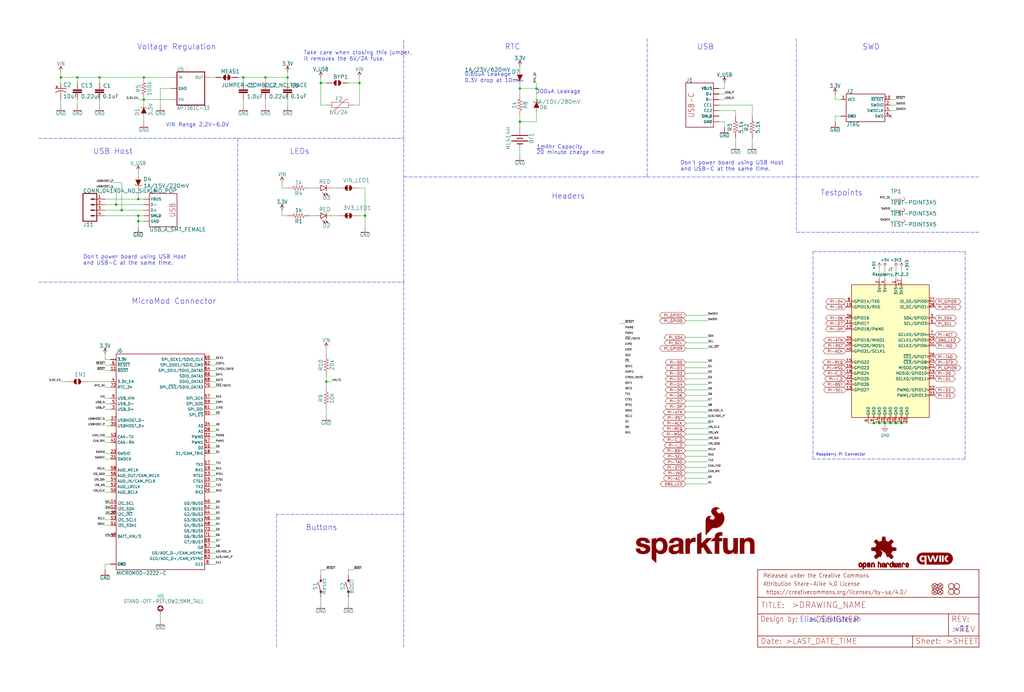
<source format=kicad_sch>
(kicad_sch (version 20211123) (generator eeschema)
  (paper "User" 470.306 317.906)
  (lib_symbols
    (symbol "Connector:Raspberry_Pi_2_3" (pin_names (offset 1.016))
      (property "Reference" "J" (at -17.78 31.75 0))
      (property "Value" "Raspberry_Pi_2_3" (at 10.16 -31.75 0))
      (symbol "Raspberry_Pi_2_3_1_1"
        (pin power_in line (at 2.54 33.02 270) (length 2.54) (name "3V3") (number "1"))
        (pin bidirectional line (at -20.32 20.32 0) (length 2.54) (name "GPIO15/RXD") (number "10"))
        (pin bidirectional line (at -20.32 12.7 0) (length 2.54) (name "GPIO17") (number "11"))
        (pin bidirectional line (at -20.32 10.16 0) (length 2.54) (name "GPIO18/PWM0") (number "12"))
        (pin bidirectional line (at -20.32 -17.78 0) (length 2.54) (name "GPIO27") (number "13"))
        (pin power_in line (at -5.08 -33.02 90) (length 2.54) (name "GND") (number "14"))
        (pin bidirectional line (at -20.32 -5.08 0) (length 2.54) (name "GPIO22") (number "15"))
        (pin bidirectional line (at -20.32 -7.62 0) (length 2.54) (name "GPIO23") (number "16"))
        (pin power_in line (at 5.08 33.02 270) (length 2.54) (name "3V3") (number "17"))
        (pin bidirectional line (at -20.32 -10.16 0) (length 2.54) (name "GPIO24") (number "18"))
        (pin bidirectional line (at 20.32 -10.16 180) (length 2.54) (name "MOSI0/GPIO10") (number "19"))
        (pin power_in line (at -5.08 33.02 270) (length 2.54) (name "5V") (number "2"))
        (pin power_in line (at -2.54 -33.02 90) (length 2.54) (name "GND") (number "20"))
        (pin bidirectional line (at 20.32 -7.62 180) (length 2.54) (name "MISO0/GPIO9") (number "21"))
        (pin bidirectional line (at -20.32 -12.7 0) (length 2.54) (name "GPIO25") (number "22"))
        (pin bidirectional line (at 20.32 -12.7 180) (length 2.54) (name "SCLK0/GPIO11") (number "23"))
        (pin bidirectional line (at 20.32 -5.08 180) (length 2.54) (name "~{CE0}/GPIO8") (number "24"))
        (pin power_in line (at 0 -33.02 90) (length 2.54) (name "GND") (number "25"))
        (pin bidirectional line (at 20.32 -2.54 180) (length 2.54) (name "~{CE1}/GPIO7") (number "26"))
        (pin bidirectional line (at 20.32 22.86 180) (length 2.54) (name "ID_SD/GPIO0") (number "27"))
        (pin bidirectional line (at 20.32 20.32 180) (length 2.54) (name "ID_SC/GPIO1") (number "28"))
        (pin bidirectional line (at 20.32 5.08 180) (length 2.54) (name "GCLK1/GPIO5") (number "29"))
        (pin bidirectional line (at 20.32 15.24 180) (length 2.54) (name "SDA/GPIO2") (number "3"))
        (pin power_in line (at 2.54 -33.02 90) (length 2.54) (name "GND") (number "30"))
        (pin bidirectional line (at 20.32 2.54 180) (length 2.54) (name "GCLK2/GPIO6") (number "31"))
        (pin bidirectional line (at 20.32 -17.78 180) (length 2.54) (name "PWM0/GPIO12") (number "32"))
        (pin bidirectional line (at 20.32 -20.32 180) (length 2.54) (name "PWM1/GPIO13") (number "33"))
        (pin power_in line (at 5.08 -33.02 90) (length 2.54) (name "GND") (number "34"))
        (pin bidirectional line (at -20.32 5.08 0) (length 2.54) (name "GPIO19/MISO1") (number "35"))
        (pin bidirectional line (at -20.32 15.24 0) (length 2.54) (name "GPIO16") (number "36"))
        (pin bidirectional line (at -20.32 -15.24 0) (length 2.54) (name "GPIO26") (number "37"))
        (pin bidirectional line (at -20.32 2.54 0) (length 2.54) (name "GPIO20/MOSI1") (number "38"))
        (pin power_in line (at 7.62 -33.02 90) (length 2.54) (name "GND") (number "39"))
        (pin power_in line (at -2.54 33.02 270) (length 2.54) (name "5V") (number "4"))
        (pin bidirectional line (at -20.32 0 0) (length 2.54) (name "GPIO21/SCLK1") (number "40"))
        (pin bidirectional line (at 20.32 12.7 180) (length 2.54) (name "SCL/GPIO3") (number "5"))
        (pin power_in line (at -10.16 -33.02 90) (length 2.54) (name "GND") (number "6"))
        (pin bidirectional line (at 20.32 7.62 180) (length 2.54) (name "GCLK0/GPIO4") (number "7"))
        (pin bidirectional line (at -20.32 22.86 0) (length 2.54) (name "GPIO14/TXD") (number "8"))
        (pin power_in line (at -7.62 -33.02 90) (length 2.54) (name "GND") (number "9"))
      )
    )
    (symbol "MicroMod_ATP_CarrierBoard-eagle-import:0.1UF-0603-25V-(+80{slash}-20%)"
      (property "Reference" "C" (at 1.524 2.921 0))
      (property "Value" "0.1UF-0603-25V-(+80{slash}-20%)" (at 1.524 -2.159 0))
      (symbol "0.1UF-0603-25V-(+80{slash}-20%)_1_0"
        (pin passive line (at 0 5.08 270) (length 2.54) (name "1") (number "1"))
        (pin passive line (at 0 -2.54 90) (length 2.54) (name "2") (number "2"))
      )
    )
    (symbol "MicroMod_ATP_CarrierBoard-eagle-import:0.22UF-0603-25V-10%"
      (property "Reference" "C" (at 1.524 2.921 0))
      (property "Value" "0.22UF-0603-25V-10%" (at 1.524 -2.159 0))
      (symbol "0.22UF-0603-25V-10%_1_0"
        (pin passive line (at 0 5.08 270) (length 2.54) (name "1") (number "1"))
        (pin passive line (at 0 -2.54 90) (length 2.54) (name "2") (number "2"))
      )
    )
    (symbol "MicroMod_ATP_CarrierBoard-eagle-import:1.0UF-0603-16V-10%"
      (property "Reference" "C" (at 1.524 2.921 0))
      (property "Value" "1.0UF-0603-16V-10%" (at 1.524 -2.159 0))
      (symbol "1.0UF-0603-16V-10%_1_0"
        (pin passive line (at 0 5.08 270) (length 2.54) (name "1") (number "1"))
        (pin passive line (at 0 -2.54 90) (length 2.54) (name "2") (number "2"))
      )
    )
    (symbol "MicroMod_ATP_CarrierBoard-eagle-import:100KOHM-0603-1{slash}10W-1%"
      (property "Reference" "R" (at 0 1.524 0))
      (property "Value" "100KOHM-0603-1{slash}10W-1%" (at 0 -1.524 0))
      (symbol "100KOHM-0603-1{slash}10W-1%_1_0"
        (pin passive line (at -5.08 0 0) (length 2.54) (name "1") (number "1"))
        (pin passive line (at 5.08 0 180) (length 2.54) (name "2") (number "2"))
      )
    )
    (symbol "MicroMod_ATP_CarrierBoard-eagle-import:10KOHM-0603-1{slash}10W-1%"
      (property "Reference" "R" (at 0 1.524 0))
      (property "Value" "10KOHM-0603-1{slash}10W-1%" (at 0 -1.524 0))
      (symbol "10KOHM-0603-1{slash}10W-1%_1_0"
        (pin passive line (at -5.08 0 0) (length 2.54) (name "1") (number "1"))
        (pin passive line (at 5.08 0 180) (length 2.54) (name "2") (number "2"))
      )
    )
    (symbol "MicroMod_ATP_CarrierBoard-eagle-import:10UF-POLAR-EIA3216-16V-10%(TANT)"
      (property "Reference" "C" (at 1.016 0.635 0))
      (property "Value" "10UF-POLAR-EIA3216-16V-10%(TANT)" (at 1.016 -4.191 0))
      (symbol "10UF-POLAR-EIA3216-16V-10%(TANT)_1_0"
        (pin passive line (at 0 2.54 270) (length 2.54) (name "+") (number "+"))
        (pin passive line (at 0 -5.08 90) (length 2.54) (name "-") (number "-"))
      )
    )
    (symbol "MicroMod_ATP_CarrierBoard-eagle-import:1KOHM-0603-1{slash}10W-1%"
      (property "Reference" "R" (at 0 1.524 0))
      (property "Value" "1KOHM-0603-1{slash}10W-1%" (at 0 -1.524 0))
      (symbol "1KOHM-0603-1{slash}10W-1%_1_0"
        (pin passive line (at -5.08 0 0) (length 2.54) (name "1") (number "1"))
        (pin passive line (at 5.08 0 180) (length 2.54) (name "2") (number "2"))
      )
    )
    (symbol "MicroMod_ATP_CarrierBoard-eagle-import:20KOHM-0603-1{slash}10W-1%"
      (property "Reference" "R" (at 0 1.524 0))
      (property "Value" "20KOHM-0603-1{slash}10W-1%" (at 0 -1.524 0))
      (symbol "20KOHM-0603-1{slash}10W-1%_1_0"
        (pin passive line (at -5.08 0 0) (length 2.54) (name "1") (number "1"))
        (pin passive line (at 5.08 0 180) (length 2.54) (name "2") (number "2"))
      )
    )
    (symbol "MicroMod_ATP_CarrierBoard-eagle-import:3.3V" (power)
      (property "Value" "3.3V" (at 0 2.794 0))
      (symbol "3.3V_1_0"
        (pin power_in line (at 0 0 90) (length 2.54) (name "3.3V") (number "1"))
      )
    )
    (symbol "MicroMod_ATP_CarrierBoard-eagle-import:5.1KOHM5.1KOHM-0603-1{slash}10W-1%"
      (property "Reference" "R" (at 0 1.524 0))
      (property "Value" "5.1KOHM5.1KOHM-0603-1{slash}10W-1%" (at 0 -1.524 0))
      (symbol "5.1KOHM5.1KOHM-0603-1{slash}10W-1%_1_0"
        (pin passive line (at -5.08 0 0) (length 2.54) (name "1") (number "1"))
        (pin passive line (at 5.08 0 180) (length 2.54) (name "2") (number "2"))
      )
    )
    (symbol "MicroMod_ATP_CarrierBoard-eagle-import:AP7361C-33FGEUDFN-8"
      (property "Reference" "U" (at -7.62 7.874 0))
      (property "Value" "AP7361C-33FGEUDFN-8" (at -7.62 -7.874 0))
      (symbol "AP7361C-33FGEUDFN-8_1_0"
        (pin output line (at 7.62 5.08 180) (length 2.54) (name "OUT") (number "1"))
        (pin input line (at -10.16 0 0) (length 2.54) (name "GND") (number "4"))
        (pin bidirectional line (at -10.16 -5.08 0) (length 2.54) (name "EN") (number "5"))
        (pin input line (at -10.16 5.08 0) (length 2.54) (name "IN") (number "8"))
        (pin input line (at -10.16 0 0) (length 2.54) (name "GND") (number "EP"))
      )
    )
    (symbol "MicroMod_ATP_CarrierBoard-eagle-import:CONN_041X04_NO_SILK_NO_POP"
      (property "Reference" "J" (at -5.08 8.128 0))
      (property "Value" "CONN_041X04_NO_SILK_NO_POP" (at -5.08 -7.366 0))
      (symbol "CONN_041X04_NO_SILK_NO_POP_1_0"
        (pin passive line (at 5.08 -2.54 180) (length 5.08) (name "1") (number "1"))
        (pin passive line (at 5.08 0 180) (length 5.08) (name "2") (number "2"))
        (pin passive line (at 5.08 2.54 180) (length 5.08) (name "3") (number "3"))
        (pin passive line (at 5.08 5.08 180) (length 5.08) (name "4") (number "4"))
      )
    )
    (symbol "MicroMod_ATP_CarrierBoard-eagle-import:CORTEX_JTAG_DEBUG_MINIMUM_PTH"
      (property "Reference" "J" (at -10.16 7.874 0))
      (property "Value" "CORTEX_JTAG_DEBUG_MINIMUM_PTH" (at -10.16 -7.366 0))
      (symbol "CORTEX_JTAG_DEBUG_MINIMUM_PTH_1_0"
        (pin bidirectional line (at -12.7 5.08 0) (length 2.54) (name "VCC") (number "1"))
        (pin bidirectional line (at 10.16 5.08 180) (length 2.54) (name "~{RESET}") (number "10"))
        (pin bidirectional line (at 10.16 2.54 180) (length 2.54) (name "SWDIO") (number "2"))
        (pin bidirectional line (at -12.7 -2.54 0) (length 2.54) (name "GND") (number "3"))
        (pin bidirectional line (at 10.16 0 180) (length 2.54) (name "SWDCLK") (number "4"))
        (pin bidirectional line (at -12.7 -2.54 0) (length 2.54) (name "GND") (number "5"))
        (pin bidirectional line (at 10.16 -2.54 180) (length 2.54) (name "SWO") (number "6"))
        (pin bidirectional line (at -12.7 -2.54 0) (length 2.54) (name "GND") (number "9"))
      )
    )
    (symbol "MicroMod_ATP_CarrierBoard-eagle-import:DIODE-SCHOTTKY-BAT20J"
      (property "Reference" "D" (at -2.54 2.032 0))
      (property "Value" "DIODE-SCHOTTKY-BAT20J" (at -2.54 -2.032 0))
      (symbol "DIODE-SCHOTTKY-BAT20J_1_0"
        (pin passive line (at -2.54 0 0) (length 0) (name "A") (number "A"))
        (pin passive line (at 2.54 0 180) (length 0) (name "C") (number "C"))
      )
    )
    (symbol "MicroMod_ATP_CarrierBoard-eagle-import:DIODE-SCHOTTKY-BAT60A"
      (property "Reference" "D" (at -2.54 2.032 0))
      (property "Value" "DIODE-SCHOTTKY-BAT60A" (at -2.54 -2.032 0))
      (symbol "DIODE-SCHOTTKY-BAT60A_1_0"
        (pin passive line (at -2.54 0 0) (length 0) (name "A") (number "A"))
        (pin passive line (at 2.54 0 180) (length 0) (name "C") (number "C"))
      )
    )
    (symbol "MicroMod_ATP_CarrierBoard-eagle-import:DIODE-SCHOTTKY-LSM115JE3"
      (property "Reference" "D" (at -2.54 2.032 0))
      (property "Value" "DIODE-SCHOTTKY-LSM115JE3" (at -2.54 -2.032 0))
      (symbol "DIODE-SCHOTTKY-LSM115JE3_1_0"
        (pin passive line (at -2.54 0 0) (length 0) (name "A") (number "A"))
        (pin passive line (at 2.54 0 180) (length 0) (name "C") (number "C"))
      )
    )
    (symbol "MicroMod_ATP_CarrierBoard-eagle-import:DIODE-ZENER-MM3Z3V3T1G"
      (property "Reference" "D" (at -2.54 2.032 0))
      (property "Value" "DIODE-ZENER-MM3Z3V3T1G" (at -2.54 -2.032 0))
      (symbol "DIODE-ZENER-MM3Z3V3T1G_1_0"
        (pin passive line (at -2.54 0 0) (length 0) (name "A") (number "A"))
        (pin passive line (at 2.54 0 180) (length 0) (name "C") (number "C"))
      )
    )
    (symbol "MicroMod_ATP_CarrierBoard-eagle-import:FIDUCIALUFIDUCIAL")
    (symbol "MicroMod_ATP_CarrierBoard-eagle-import:FRAME-LEDGER"
      (symbol "FRAME-LEDGER_2_0"
        (text " https://creativecommons.org/licenses/by-sa/4.0/" (at 2.54 24.13 0) (effects (font (size 1.9304 1.6408)) (justify left bottom)))
        (text ">DESIGNER" (at 23.114 11.176 0) (effects (font (size 2.7432 2.7432)) (justify left bottom)))
        (text ">DRAWING_NAME" (at 15.494 17.78 0) (effects (font (size 2.7432 2.7432)) (justify left bottom)))
        (text ">LAST_DATE_TIME" (at 12.7 1.27 0) (effects (font (size 2.54 2.54)) (justify left bottom)))
        (text ">REV" (at 88.9 6.604 0) (effects (font (size 2.7432 2.7432)) (justify left bottom)))
        (text ">SHEET" (at 86.36 1.27 0) (effects (font (size 2.54 2.54)) (justify left bottom)))
        (text "Attribution Share-Alike 4.0 License" (at 2.54 27.94 0) (effects (font (size 1.9304 1.6408)) (justify left bottom)))
        (text "Date:" (at 1.27 1.27 0) (effects (font (size 2.54 2.54)) (justify left bottom)))
        (text "Design by:" (at 1.27 11.43 0) (effects (font (size 2.54 2.159)) (justify left bottom)))
        (text "Released under the Creative Commons" (at 2.54 31.75 0) (effects (font (size 1.9304 1.6408)) (justify left bottom)))
        (text "REV:" (at 88.9 11.43 0) (effects (font (size 2.54 2.54)) (justify left bottom)))
        (text "Sheet:" (at 72.39 1.27 0) (effects (font (size 2.54 2.54)) (justify left bottom)))
        (text "TITLE:" (at 1.524 17.78 0) (effects (font (size 2.54 2.54)) (justify left bottom)))
      )
    )
    (symbol "MicroMod_ATP_CarrierBoard-eagle-import:GND" (power)
      (property "Value" "GND" (at 0 -0.254 0))
      (symbol "GND_1_0"
        (pin power_in line (at 0 2.54 270) (length 2.54) (name "GND") (number "1"))
      )
    )
    (symbol "MicroMod_ATP_CarrierBoard-eagle-import:JUMPER-COMBO_2_NC_TRACE"
      (property "Reference" "JP" (at -2.54 2.54 0))
      (property "Value" "JUMPER-COMBO_2_NC_TRACE" (at -2.54 -2.54 0))
      (symbol "JUMPER-COMBO_2_NC_TRACE_1_0"
        (pin passive line (at -5.08 0 0) (length 2.54) (name "1") (number "1"))
        (pin passive line (at 5.08 0 180) (length 2.54) (name "2") (number "2"))
        (pin passive line (at -5.08 0 0) (length 2.54) (name "1") (number "3"))
        (pin passive line (at 5.08 0 180) (length 2.54) (name "2") (number "4"))
      )
    )
    (symbol "MicroMod_ATP_CarrierBoard-eagle-import:JUMPER-SMT_2_NC_TRACE_SILK"
      (property "Reference" "JP" (at -2.54 2.54 0))
      (property "Value" "JUMPER-SMT_2_NC_TRACE_SILK" (at -2.54 -2.54 0))
      (symbol "JUMPER-SMT_2_NC_TRACE_SILK_1_0"
        (pin passive line (at -5.08 0 0) (length 2.54) (name "1") (number "1"))
        (pin passive line (at 5.08 0 180) (length 2.54) (name "2") (number "2"))
      )
    )
    (symbol "MicroMod_ATP_CarrierBoard-eagle-import:JUMPER-SMT_2_NO_SILK"
      (property "Reference" "JP" (at -2.54 2.54 0))
      (property "Value" "JUMPER-SMT_2_NO_SILK" (at -2.54 -2.54 0))
      (symbol "JUMPER-SMT_2_NO_SILK_1_0"
        (pin passive line (at -5.08 0 0) (length 2.54) (name "1") (number "1"))
        (pin passive line (at 5.08 0 180) (length 2.54) (name "2") (number "2"))
      )
    )
    (symbol "MicroMod_ATP_CarrierBoard-eagle-import:LED-RED0603"
      (property "Reference" "D" (at -3.429 -4.572 90))
      (property "Value" "LED-RED0603" (at 1.905 -4.572 90))
      (symbol "LED-RED0603_1_0"
        (pin passive line (at 0 2.54 270) (length 2.54) (name "A") (number "A"))
        (pin passive line (at 0 -5.08 90) (length 2.54) (name "C") (number "C"))
      )
    )
    (symbol "MicroMod_ATP_CarrierBoard-eagle-import:MICROMOD-2222-C"
      (property "Reference" "J" (at -20.32 53.848 0))
      (property "Value" "MICROMOD-2222-C" (at -20.32 -48.26 0))
      (symbol "MICROMOD-2222-C_1_0"
        (pin bidirectional line (at -22.86 -43.18 0) (length 2.54) (name "GND") (number "1"))
        (pin bidirectional line (at 22.86 10.16 180) (length 2.54) (name "D0") (number "10"))
        (pin bidirectional line (at -22.86 45.72 0) (length 2.54) (name "~{BOOT}") (number "11"))
        (pin bidirectional line (at -22.86 -17.78 0) (length 2.54) (name "I2C_SDA") (number "12"))
        (pin bidirectional line (at 22.86 -2.54 180) (length 2.54) (name "RTS1") (number "13"))
        (pin bidirectional line (at -22.86 -15.24 0) (length 2.54) (name "I2C_SCL") (number "14"))
        (pin bidirectional line (at 22.86 -5.08 180) (length 2.54) (name "CTS1") (number "15"))
        (pin bidirectional line (at -22.86 -20.32 0) (length 2.54) (name "I2C_~{INT}") (number "16"))
        (pin bidirectional line (at 22.86 2.54 180) (length 2.54) (name "TX1") (number "17"))
        (pin bidirectional line (at 22.86 7.62 180) (length 2.54) (name "D1/CAM_TRIG") (number "18"))
        (pin bidirectional line (at 22.86 0 180) (length 2.54) (name "RX1") (number "19"))
        (pin bidirectional line (at -22.86 50.8 0) (length 2.54) (name "3.3V") (number "2"))
        (pin bidirectional line (at 22.86 -10.16 180) (length 2.54) (name "RX2") (number "20"))
        (pin bidirectional line (at -22.86 5.08 0) (length 2.54) (name "SWDCK") (number "21"))
        (pin bidirectional line (at 22.86 -7.62 180) (length 2.54) (name "TX2") (number "22"))
        (pin bidirectional line (at -22.86 7.62 0) (length 2.54) (name "SWDIO") (number "23"))
        (pin bidirectional line (at -22.86 27.94 0) (length 2.54) (name "USB_D+") (number "3"))
        (pin bidirectional line (at 22.86 15.24 180) (length 2.54) (name "PWM0") (number "32"))
        (pin bidirectional line (at -22.86 -43.18 0) (length 2.54) (name "GND") (number "33"))
        (pin bidirectional line (at 22.86 20.32 180) (length 2.54) (name "A0") (number "34"))
        (pin bidirectional line (at -22.86 20.32 0) (length 2.54) (name "USBHOST_D+") (number "35"))
        (pin bidirectional line (at -22.86 -43.18 0) (length 2.54) (name "GND") (number "36"))
        (pin bidirectional line (at -22.86 22.86 0) (length 2.54) (name "USBHOST_D-") (number "37"))
        (pin bidirectional line (at 22.86 17.78 180) (length 2.54) (name "A1") (number "38"))
        (pin bidirectional line (at -22.86 -43.18 0) (length 2.54) (name "GND") (number "39"))
        (pin bidirectional line (at -22.86 40.64 0) (length 2.54) (name "3.3V_EN") (number "4"))
        (pin bidirectional line (at 22.86 -15.24 180) (length 2.54) (name "G0/BUS0") (number "40"))
        (pin bidirectional line (at -22.86 12.7 0) (length 2.54) (name "CAN-RX") (number "41"))
        (pin bidirectional line (at 22.86 -17.78 180) (length 2.54) (name "G1/BUS1") (number "42"))
        (pin bidirectional line (at -22.86 15.24 0) (length 2.54) (name "CAN-TX") (number "43"))
        (pin bidirectional line (at 22.86 -20.32 180) (length 2.54) (name "G2/BUS2") (number "44"))
        (pin bidirectional line (at -22.86 -43.18 0) (length 2.54) (name "GND") (number "45"))
        (pin bidirectional line (at 22.86 -22.86 180) (length 2.54) (name "G3/BUS3") (number "46"))
        (pin bidirectional line (at 22.86 12.7 180) (length 2.54) (name "PWM1") (number "47"))
        (pin bidirectional line (at 22.86 -25.4 180) (length 2.54) (name "G4/BUS4") (number "48"))
        (pin bidirectional line (at -22.86 -30.48 0) (length 2.54) (name "BATT_VIN/3") (number "49"))
        (pin bidirectional line (at -22.86 30.48 0) (length 2.54) (name "USB_D-") (number "5"))
        (pin bidirectional line (at -22.86 -10.16 0) (length 2.54) (name "AUD_BCLK") (number "50"))
        (pin bidirectional line (at -22.86 -25.4 0) (length 2.54) (name "I2C_SDA1") (number "51"))
        (pin bidirectional line (at -22.86 -7.62 0) (length 2.54) (name "AUD_LRCLK") (number "52"))
        (pin bidirectional line (at -22.86 -22.86 0) (length 2.54) (name "I2C_SCL1") (number "53"))
        (pin bidirectional line (at -22.86 -5.08 0) (length 2.54) (name "AUD_IN/CAM_PCLK") (number "54"))
        (pin bidirectional line (at 22.86 25.4 180) (length 2.54) (name "SPI_~{CS}") (number "55"))
        (pin bidirectional line (at -22.86 -2.54 0) (length 2.54) (name "AUD_OUT/CAM_MCLK") (number "56"))
        (pin bidirectional line (at 22.86 33.02 180) (length 2.54) (name "SPI_SCK") (number "57"))
        (pin bidirectional line (at -22.86 0 0) (length 2.54) (name "AUD_MCLK") (number "58"))
        (pin bidirectional line (at 22.86 30.48 180) (length 2.54) (name "SPI_SDO") (number "59"))
        (pin bidirectional line (at -22.86 48.26 0) (length 2.54) (name "~{RESET}") (number "6"))
        (pin bidirectional line (at 22.86 50.8 180) (length 2.54) (name "SPI_SCK1/SDIO_CLK") (number "60"))
        (pin bidirectional line (at 22.86 27.94 180) (length 2.54) (name "SPI_SDI") (number "61"))
        (pin bidirectional line (at 22.86 48.26 180) (length 2.54) (name "SPI_SDO1/SDIO_CMD") (number "62"))
        (pin bidirectional line (at 22.86 -40.64 180) (length 2.54) (name "G10/ADC_D+/CAM_VSYNC") (number "63"))
        (pin bidirectional line (at 22.86 45.72 180) (length 2.54) (name "SPI_SDI1/SDIO_DATA0") (number "64"))
        (pin bidirectional line (at 22.86 -38.1 180) (length 2.54) (name "G9/ADC_D-/CAM_HSYNC") (number "65"))
        (pin bidirectional line (at 22.86 43.18 180) (length 2.54) (name "SDIO_DATA1") (number "66"))
        (pin bidirectional line (at 22.86 -35.56 180) (length 2.54) (name "G8") (number "67"))
        (pin bidirectional line (at 22.86 40.64 180) (length 2.54) (name "SDIO_DATA2") (number "68"))
        (pin bidirectional line (at 22.86 -33.02 180) (length 2.54) (name "G7/BUS7") (number "69"))
        (pin bidirectional line (at -22.86 -43.18 0) (length 2.54) (name "GND") (number "7"))
        (pin bidirectional line (at 22.86 38.1 180) (length 2.54) (name "SPI_~{CS1}/SDIO_DATA3") (number "70"))
        (pin bidirectional line (at 22.86 -30.48 180) (length 2.54) (name "G6/BUS6") (number "71"))
        (pin bidirectional line (at -22.86 38.1 0) (length 2.54) (name "RTC_3V") (number "72"))
        (pin bidirectional line (at 22.86 -27.94 180) (length 2.54) (name "G5/BUS5") (number "73"))
        (pin bidirectional line (at -22.86 50.8 0) (length 2.54) (name "3.3V") (number "74"))
        (pin bidirectional line (at -22.86 -43.18 0) (length 2.54) (name "GND") (number "75"))
        (pin bidirectional line (at 22.86 -43.18 180) (length 2.54) (name "G11") (number "8"))
        (pin bidirectional line (at -22.86 33.02 0) (length 2.54) (name "USB_VIN") (number "9"))
      )
    )
    (symbol "MicroMod_ATP_CarrierBoard-eagle-import:ML414H_IV01E_BATTERY"
      (property "Reference" "BT" (at 0 4.318 0))
      (property "Value" "ML414H_IV01E_BATTERY" (at 0 -4.318 0))
      (symbol "ML414H_IV01E_BATTERY_1_0"
        (pin power_in line (at -5.08 0 0) (length 2.54) (name "+") (number "+"))
        (pin power_in line (at 5.08 0 180) (length 2.54) (name "-") (number "-"))
      )
    )
    (symbol "MicroMod_ATP_CarrierBoard-eagle-import:MOMENTARY-SWITCH-SPST-SMD-5.2-TALL-REDUNDANT"
      (property "Reference" "S" (at 0 1.524 0))
      (property "Value" "MOMENTARY-SWITCH-SPST-SMD-5.2-TALL-REDUNDANT" (at 0 -0.508 0))
      (symbol "MOMENTARY-SWITCH-SPST-SMD-5.2-TALL-REDUNDANT_1_0"
        (pin passive line (at -5.08 0 0) (length 2.54) (name "1") (number "1"))
        (pin passive line (at -5.08 0 0) (length 2.54) (name "1") (number "2"))
        (pin passive line (at 5.08 0 180) (length 2.54) (name "2") (number "3"))
        (pin passive line (at 5.08 0 180) (length 2.54) (name "2") (number "4"))
      )
    )
    (symbol "MicroMod_ATP_CarrierBoard-eagle-import:OSHW-LOGOMINI")
    (symbol "MicroMod_ATP_CarrierBoard-eagle-import:PPTC_6V2A"
      (property "Reference" "F" (at 1.905 3.175 0))
      (property "Value" "PPTC_6V2A" (at 1.27 -2.794 0))
      (symbol "PPTC_6V2A_1_0"
        (pin bidirectional line (at -5.08 0 0) (length 2.54) (name "1") (number "1"))
        (pin bidirectional line (at 7.62 0 180) (length 2.54) (name "2") (number "2"))
      )
    )
    (symbol "MicroMod_ATP_CarrierBoard-eagle-import:QWIIC_LOGO_5MM")
    (symbol "MicroMod_ATP_CarrierBoard-eagle-import:SFE_LOGO_NAME_FLAME.1_INCH")
    (symbol "MicroMod_ATP_CarrierBoard-eagle-import:STAND-OFF")
    (symbol "MicroMod_ATP_CarrierBoard-eagle-import:STAND-OFF-REFLOW2.5MM_TALL"
      (property "Reference" "H" (at -2.54 2.54 0))
      (property "Value" "STAND-OFF-REFLOW2.5MM_TALL" (at 2.54 0 0))
      (symbol "STAND-OFF-REFLOW2.5MM_TALL_1_0"
        (pin bidirectional line (at 0 -2.54 90) (length 2.54) (name "1") (number "1"))
      )
    )
    (symbol "MicroMod_ATP_CarrierBoard-eagle-import:TEST-POINT3X5"
      (property "Reference" "TP" (at -2.54 2.54 0))
      (property "Value" "TEST-POINT3X5" (at -2.54 -2.54 0))
      (symbol "TEST-POINT3X5_1_0"
        (pin bidirectional line (at 0 0 180) (length 0) (name "1") (number "P$1"))
      )
    )
    (symbol "MicroMod_ATP_CarrierBoard-eagle-import:USB_A_SMT_FEMALE"
      (property "Reference" "J" (at -5.08 7.874 0))
      (property "Value" "USB_A_SMT_FEMALE" (at -5.08 -9.906 0))
      (symbol "USB_A_SMT_FEMALE_1_0"
        (text "USB" (at 7.112 -3.302 900) (effects (font (size 2.54 2.159)) (justify left bottom)))
        (pin bidirectional line (at -7.62 0 0) (length 2.54) (name "D+") (number "D+"))
        (pin bidirectional line (at -7.62 2.54 0) (length 2.54) (name "D-") (number "D-"))
        (pin power_in line (at -7.62 -5.08 0) (length 2.54) (name "GND") (number "GND"))
        (pin bidirectional line (at -7.62 -2.54 0) (length 2.54) (name "SHLD") (number "SHLD1"))
        (pin bidirectional line (at -7.62 -2.54 0) (length 2.54) (name "SHLD") (number "SHLD2"))
        (pin power_in line (at -7.62 5.08 0) (length 2.54) (name "VBUS") (number "VBUS"))
      )
    )
    (symbol "MicroMod_ATP_CarrierBoard-eagle-import:USB_C_2-LAYER_PADS"
      (property "Reference" "J" (at -2.54 10.414 0))
      (property "Value" "USB_C_2-LAYER_PADS" (at -2.54 -12.446 0))
      (symbol "USB_C_2-LAYER_PADS_1_0"
        (text "USB-C" (at 0 0 900) (effects (font (size 2.54 2.159))))
        (pin bidirectional line (at 12.7 0 180) (length 2.54) (name "CC1") (number "A5"))
        (pin bidirectional line (at 12.7 5.08 180) (length 2.54) (name "D+") (number "A6"))
        (pin bidirectional line (at 12.7 2.54 180) (length 2.54) (name "D-") (number "A7"))
        (pin bidirectional line (at 12.7 -2.54 180) (length 2.54) (name "CC2") (number "B5"))
        (pin bidirectional line (at 12.7 5.08 180) (length 2.54) (name "D+") (number "B6"))
        (pin bidirectional line (at 12.7 2.54 180) (length 2.54) (name "D-") (number "B7"))
        (pin bidirectional line (at 12.7 -7.62 180) (length 2.54) (name "GND") (number "GND"))
        (pin bidirectional line (at 12.7 -7.62 180) (length 2.54) (name "GND") (number "GND2"))
        (pin bidirectional line (at 12.7 -5.08 180) (length 2.54) (name "SHLD") (number "SHLD1"))
        (pin bidirectional line (at 12.7 -5.08 180) (length 2.54) (name "SHLD") (number "SHLD2"))
        (pin bidirectional line (at 12.7 -5.08 180) (length 2.54) (name "SHLD") (number "SHLD3"))
        (pin bidirectional line (at 12.7 -5.08 180) (length 2.54) (name "SHLD") (number "SHLD4"))
        (pin bidirectional line (at 12.7 7.62 180) (length 2.54) (name "VBUS") (number "VBUS1"))
        (pin bidirectional line (at 12.7 7.62 180) (length 2.54) (name "VBUS") (number "VBUS2"))
      )
    )
    (symbol "MicroMod_ATP_CarrierBoard-eagle-import:VIN" (power)
      (property "Value" "VIN" (at 0 2.794 0))
      (symbol "VIN_1_0"
        (pin power_in line (at 0 0 90) (length 2.54) (name "VIN") (number "1"))
      )
    )
    (symbol "MicroMod_ATP_CarrierBoard-eagle-import:V_USB" (power)
      (property "Value" "V_USB" (at 0 2.794 0))
      (symbol "V_USB_1_0"
        (pin power_in line (at 0 0 90) (length 2.54) (name "V_USB") (number "1"))
      )
    )
    (symbol "power:+3V3" (power) (pin_names (offset 0))
      (property "Value" "+3V3" (at 0 3.556 0))
      (symbol "+3V3_1_1"
        (pin power_in line (at 0 0 90) (length 0) hide (name "+3V3") (number "1"))
      )
    )
    (symbol "power:+5V" (power) (pin_names (offset 0))
      (property "Value" "+5V" (at 0 3.556 0))
      (symbol "+5V_1_1"
        (pin power_in line (at 0 0 90) (length 0) hide (name "+5V") (number "1"))
      )
    )
    (symbol "power:GND" (power) (pin_names (offset 0))
      (property "Value" "GND" (at 0 -3.81 0))
      (symbol "GND_1_1"
        (pin power_in line (at 0 0 270) (length 0) hide (name "GND") (number "1"))
      )
    )
  )
  (junction (at 403.86 194.31))
  (junction (at 63.5 101.6))
  (junction (at 408.94 194.31))
  (junction (at 35.56 35.56))
  (junction (at 66.04 45.72))
  (junction (at 167.64 99.06))
  (junction (at 27.94 35.56))
  (junction (at 53.34 93.98))
  (junction (at 238.76 40.64))
  (junction (at 411.48 194.31))
  (junction (at 55.88 96.52))
  (junction (at 149.86 175.26))
  (junction (at 66.04 35.56))
  (junction (at 414.02 194.31))
  (junction (at 406.4 194.31))
  (junction (at 132.08 35.56))
  (junction (at 111.76 35.56))
  (junction (at 238.76 55.88))
  (junction (at 45.72 35.56))
  (junction (at 63.5 99.06))
  (junction (at 401.32 194.31))
  (junction (at 121.92 35.56))
  (junction (at 147.32 38.1))
  (junction (at 246.38 40.64))
  (junction (at 63.5 91.44))
  (junction (at 165.1 38.1))
  (no_connect (at 408.94 53.34))
  (wire (pts (xy 50.8 170.18) (xy 48.26 170.18)))
  (wire (pts (xy 50.8 223.52) (xy 48.26 223.52)))
  (wire (pts (xy 96.52 203.2) (xy 99.06 203.2)))
  (wire (pts (xy 142.24 86.36) (xy 144.78 86.36)))
  (wire (pts (xy 50.8 246.38) (xy 48.26 246.38)))
  (wire (pts (xy 35.56 35.56) (xy 35.56 38.1)))
  (wire (pts (xy 63.5 91.44) (xy 63.5 86.36)))
  (wire (pts (xy 53.34 86.36) (xy 50.8 86.36)))
  (wire (pts (xy 63.5 81.28) (xy 63.5 78.74)))
  (wire (pts (xy 160.02 261.62) (xy 162.56 261.62)))
  (wire (pts (xy 96.52 231.14) (xy 99.06 231.14)))
  (wire (pts (xy 314.96 184.15) (xy 325.12 184.15)))
  (wire (pts (xy 66.04 55.88) (xy 66.04 53.34)))
  (wire (pts (xy 96.52 187.96) (xy 99.06 187.96)))
  (wire (pts (xy 408.94 91.44) (xy 411.48 91.44)))
  (wire (pts (xy 50.8 226.06) (xy 48.26 226.06)))
  (wire (pts (xy 96.52 172.72) (xy 99.06 172.72)))
  (wire (pts (xy 48.26 165.1) (xy 48.26 162.56)))
  (wire (pts (xy 96.52 254) (xy 99.06 254)))
  (wire (pts (xy 383.54 53.34) (xy 383.54 55.88)))
  (wire (pts (xy 50.8 238.76) (xy 48.26 238.76)))
  (wire (pts (xy 246.38 55.88) (xy 246.38 50.8)))
  (wire (pts (xy 96.52 256.54) (xy 99.06 256.54)))
  (wire (pts (xy 149.86 38.1) (xy 147.32 38.1)))
  (polyline (pts (xy 443.23 210.82) (xy 373.38 210.82)))
  (polyline (pts (xy 185.42 129.54) (xy 185.42 236.22)))
  (wire (pts (xy 96.52 200.66) (xy 99.06 200.66)))
  (wire (pts (xy 50.8 218.44) (xy 48.26 218.44)))
  (polyline (pts (xy 17.78 63.5) (xy 109.22 63.5)))
  (wire (pts (xy 63.5 101.6) (xy 63.5 104.14)))
  (wire (pts (xy 48.26 215.9) (xy 50.8 215.9)))
  (wire (pts (xy 314.96 181.61) (xy 325.12 181.61)))
  (polyline (pts (xy 17.78 129.54) (xy 109.22 129.54)))
  (wire (pts (xy 314.96 199.39) (xy 325.12 199.39)))
  (wire (pts (xy 314.96 219.71) (xy 325.12 219.71)))
  (wire (pts (xy 96.52 205.74) (xy 99.06 205.74)))
  (wire (pts (xy 96.52 223.52) (xy 99.06 223.52)))
  (wire (pts (xy 149.86 160.02) (xy 149.86 162.56)))
  (wire (pts (xy 50.8 233.68) (xy 48.26 233.68)))
  (wire (pts (xy 50.8 259.08) (xy 48.26 259.08)))
  (wire (pts (xy 111.76 38.1) (xy 111.76 35.56)))
  (wire (pts (xy 330.2 50.8) (xy 337.82 50.8)))
  (wire (pts (xy 50.8 193.04) (xy 48.26 193.04)))
  (wire (pts (xy 152.4 175.26) (xy 149.86 175.26)))
  (wire (pts (xy 386.08 45.72) (xy 383.54 45.72)))
  (wire (pts (xy 132.08 86.36) (xy 129.54 86.36)))
  (wire (pts (xy 345.44 48.26) (xy 345.44 53.34)))
  (wire (pts (xy 165.1 38.1) (xy 165.1 48.26)))
  (wire (pts (xy 149.86 187.96) (xy 149.86 190.5)))
  (wire (pts (xy 160.02 276.86) (xy 160.02 274.32)))
  (wire (pts (xy 406.4 194.31) (xy 403.86 194.31)))
  (wire (pts (xy 129.54 99.06) (xy 129.54 96.52)))
  (polyline (pts (xy 373.38 115.57) (xy 443.23 115.57)))
  (wire (pts (xy 284.48 148.59) (xy 287.02 148.59)))
  (wire (pts (xy 78.74 40.64) (xy 73.66 40.64)))
  (wire (pts (xy 121.92 35.56) (xy 132.08 35.56)))
  (wire (pts (xy 96.52 251.46) (xy 99.06 251.46)))
  (wire (pts (xy 48.26 91.44) (xy 63.5 91.44)))
  (wire (pts (xy 314.96 157.48) (xy 325.12 157.48)))
  (wire (pts (xy 96.52 218.44) (xy 99.06 218.44)))
  (wire (pts (xy 45.72 38.1) (xy 45.72 35.56)))
  (wire (pts (xy 411.48 128.27) (xy 411.48 123.19)))
  (wire (pts (xy 96.52 238.76) (xy 99.06 238.76)))
  (wire (pts (xy 416.56 194.31) (xy 414.02 194.31)))
  (wire (pts (xy 160.02 38.1) (xy 165.1 38.1)))
  (wire (pts (xy 50.8 185.42) (xy 48.26 185.42)))
  (wire (pts (xy 96.52 195.58) (xy 99.06 195.58)))
  (wire (pts (xy 401.32 194.31) (xy 398.78 194.31)))
  (wire (pts (xy 96.52 198.12) (xy 99.06 198.12)))
  (wire (pts (xy 109.22 35.56) (xy 111.76 35.56)))
  (wire (pts (xy 337.82 66.04) (xy 337.82 63.5)))
  (wire (pts (xy 314.96 160.02) (xy 325.12 160.02)))
  (wire (pts (xy 414.02 128.27) (xy 414.02 123.19)))
  (wire (pts (xy 314.96 196.85) (xy 325.12 196.85)))
  (wire (pts (xy 147.32 48.26) (xy 149.86 48.26)))
  (wire (pts (xy 66.04 45.72) (xy 63.5 45.72)))
  (wire (pts (xy 66.04 101.6) (xy 63.5 101.6)))
  (wire (pts (xy 66.04 48.26) (xy 66.04 45.72)))
  (wire (pts (xy 403.86 128.27) (xy 403.86 123.19)))
  (wire (pts (xy 167.64 99.06) (xy 167.64 104.14)))
  (wire (pts (xy 314.96 201.93) (xy 325.12 201.93)))
  (wire (pts (xy 55.88 96.52) (xy 66.04 96.52)))
  (wire (pts (xy 96.52 170.18) (xy 99.06 170.18)))
  (wire (pts (xy 314.96 189.23) (xy 325.12 189.23)))
  (polyline (pts (xy 373.38 210.82) (xy 373.38 115.57)))
  (wire (pts (xy 337.82 50.8) (xy 337.82 53.34)))
  (wire (pts (xy 414.02 194.31) (xy 411.48 194.31)))
  (wire (pts (xy 386.08 53.34) (xy 383.54 53.34)))
  (wire (pts (xy 147.32 274.32) (xy 147.32 276.86)))
  (wire (pts (xy 149.86 175.26) (xy 149.86 177.8)))
  (polyline (pts (xy 185.42 81.28) (xy 297.18 81.28)))
  (wire (pts (xy 50.8 177.8) (xy 48.26 177.8)))
  (wire (pts (xy 48.26 96.52) (xy 55.88 96.52)))
  (wire (pts (xy 332.74 55.88) (xy 332.74 58.42)))
  (wire (pts (xy 238.76 40.64) (xy 246.38 40.64)))
  (wire (pts (xy 406.4 128.27) (xy 406.4 123.19)))
  (wire (pts (xy 330.2 48.26) (xy 345.44 48.26)))
  (wire (pts (xy 66.04 35.56) (xy 45.72 35.56)))
  (wire (pts (xy 50.8 200.66) (xy 48.26 200.66)))
  (wire (pts (xy 96.52 236.22) (xy 99.06 236.22)))
  (wire (pts (xy 96.52 233.68) (xy 99.06 233.68)))
  (wire (pts (xy 50.8 165.1) (xy 48.26 165.1)))
  (wire (pts (xy 149.86 261.62) (xy 147.32 261.62)))
  (wire (pts (xy 238.76 55.88) (xy 238.76 58.42)))
  (wire (pts (xy 45.72 35.56) (xy 35.56 35.56)))
  (wire (pts (xy 96.52 167.64) (xy 99.06 167.64)))
  (polyline (pts (xy 365.76 81.28) (xy 449.58 81.28)))
  (wire (pts (xy 50.8 241.3) (xy 48.26 241.3)))
  (wire (pts (xy 152.4 86.36) (xy 154.94 86.36)))
  (wire (pts (xy 78.74 35.56) (xy 66.04 35.56)))
  (wire (pts (xy 246.38 40.64) (xy 246.38 38.1)))
  (wire (pts (xy 96.52 248.92) (xy 99.06 248.92)))
  (wire (pts (xy 96.52 177.8) (xy 99.06 177.8)))
  (polyline (pts (xy 127 236.22) (xy 127 297.18)))
  (wire (pts (xy 27.94 48.26) (xy 27.94 45.72)))
  (wire (pts (xy 50.8 167.64) (xy 48.26 167.64)))
  (wire (pts (xy 50.8 210.82) (xy 48.26 210.82)))
  (wire (pts (xy 238.76 40.64) (xy 238.76 43.18)))
  (wire (pts (xy 314.96 171.45) (xy 325.12 171.45)))
  (wire (pts (xy 330.2 55.88) (xy 332.74 55.88)))
  (wire (pts (xy 96.52 241.3) (xy 99.06 241.3)))
  (wire (pts (xy 408.94 101.6) (xy 411.48 101.6)))
  (polyline (pts (xy 109.22 63.5) (xy 109.22 129.54)))
  (wire (pts (xy 238.76 38.1) (xy 238.76 40.64)))
  (wire (pts (xy 162.56 48.26) (xy 165.1 48.26)))
  (wire (pts (xy 99.06 35.56) (xy 96.52 35.56)))
  (wire (pts (xy 96.52 246.38) (xy 99.06 246.38)))
  (wire (pts (xy 238.76 30.48) (xy 238.76 33.02)))
  (wire (pts (xy 111.76 48.26) (xy 111.76 45.72)))
  (wire (pts (xy 314.96 179.07) (xy 325.12 179.07)))
  (wire (pts (xy 48.26 93.98) (xy 53.34 93.98)))
  (wire (pts (xy 238.76 68.58) (xy 238.76 71.12)))
  (polyline (pts (xy 185.42 236.22) (xy 185.42 297.18)))
  (wire (pts (xy 30.48 175.26) (xy 27.94 175.26)))
  (wire (pts (xy 50.8 182.88) (xy 48.26 182.88)))
  (wire (pts (xy 96.52 243.84) (xy 99.06 243.84)))
  (wire (pts (xy 406.4 195.58) (xy 406.4 194.31)))
  (wire (pts (xy 50.8 203.2) (xy 48.26 203.2)))
  (polyline (pts (xy 185.42 236.22) (xy 127 236.22)))
  (wire (pts (xy 96.52 213.36) (xy 99.06 213.36)))
  (wire (pts (xy 35.56 48.26) (xy 35.56 45.72)))
  (wire (pts (xy 403.86 194.31) (xy 401.32 194.31)))
  (wire (pts (xy 345.44 66.04) (xy 345.44 63.5)))
  (wire (pts (xy 147.32 35.56) (xy 147.32 38.1)))
  (wire (pts (xy 147.32 264.16) (xy 147.32 261.62)))
  (wire (pts (xy 152.4 99.06) (xy 154.94 99.06)))
  (wire (pts (xy 27.94 33.02) (xy 27.94 35.56)))
  (wire (pts (xy 160.02 264.16) (xy 160.02 261.62)))
  (wire (pts (xy 73.66 40.64) (xy 73.66 48.26)))
  (wire (pts (xy 408.94 50.8) (xy 411.48 50.8)))
  (wire (pts (xy 411.48 194.31) (xy 408.94 194.31)))
  (wire (pts (xy 50.8 208.28) (xy 48.26 208.28)))
  (wire (pts (xy 78.74 45.72) (xy 66.04 45.72)))
  (wire (pts (xy 96.52 226.06) (xy 99.06 226.06)))
  (wire (pts (xy 332.74 40.64) (xy 332.74 38.1)))
  (wire (pts (xy 96.52 165.1) (xy 99.06 165.1)))
  (wire (pts (xy 63.5 91.44) (xy 66.04 91.44)))
  (wire (pts (xy 96.52 208.28) (xy 99.06 208.28)))
  (polyline (pts (xy 365.76 106.68) (xy 449.58 106.68)))
  (wire (pts (xy 165.1 99.06) (xy 167.64 99.06)))
  (wire (pts (xy 35.56 35.56) (xy 27.94 35.56)))
  (wire (pts (xy 149.86 172.72) (xy 149.86 175.26)))
  (wire (pts (xy 314.96 191.77) (xy 325.12 191.77)))
  (polyline (pts (xy 109.22 63.5) (xy 185.42 63.5)))
  (wire (pts (xy 111.76 35.56) (xy 121.92 35.56)))
  (wire (pts (xy 132.08 35.56) (xy 132.08 38.1)))
  (wire (pts (xy 314.96 207.01) (xy 325.12 207.01)))
  (polyline (pts (xy 297.18 81.28) (xy 365.76 81.28)))
  (wire (pts (xy 45.72 48.26) (xy 45.72 45.72)))
  (wire (pts (xy 314.96 217.17) (xy 325.12 217.17)))
  (wire (pts (xy 408.94 48.26) (xy 411.48 48.26)))
  (wire (pts (xy 132.08 33.02) (xy 132.08 35.56)))
  (polyline (pts (xy 443.23 115.57) (xy 443.23 210.82)))
  (wire (pts (xy 165.1 35.56) (xy 165.1 38.1)))
  (wire (pts (xy 50.8 220.98) (xy 48.26 220.98)))
  (wire (pts (xy 314.96 214.63) (xy 325.12 214.63)))
  (wire (pts (xy 96.52 185.42) (xy 99.06 185.42)))
  (polyline (pts (xy 297.18 17.78) (xy 297.18 81.28)))
  (wire (pts (xy 132.08 48.26) (xy 132.08 45.72)))
  (wire (pts (xy 96.52 190.5) (xy 99.06 190.5)))
  (wire (pts (xy 330.2 43.18) (xy 332.74 43.18)))
  (wire (pts (xy 63.5 99.06) (xy 63.5 101.6)))
  (wire (pts (xy 121.92 48.26) (xy 121.92 45.72)))
  (wire (pts (xy 73.66 284.48) (xy 73.66 281.94)))
  (wire (pts (xy 314.96 168.91) (xy 325.12 168.91)))
  (wire (pts (xy 383.54 45.72) (xy 383.54 43.18)))
  (polyline (pts (xy 185.42 129.54) (xy 185.42 63.5)))
  (wire (pts (xy 165.1 86.36) (xy 167.64 86.36)))
  (wire (pts (xy 27.94 38.1) (xy 27.94 35.56)))
  (polyline (pts (xy 109.22 129.54) (xy 185.42 129.54)))
  (wire (pts (xy 96.52 220.98) (xy 99.06 220.98)))
  (wire (pts (xy 50.8 187.96) (xy 48.26 187.96)))
  (wire (pts (xy 330.2 40.64) (xy 332.74 40.64)))
  (wire (pts (xy 314.96 154.94) (xy 325.12 154.94)))
  (wire (pts (xy 96.52 182.88) (xy 99.06 182.88)))
  (wire (pts (xy 314.96 147.32) (xy 325.12 147.32)))
  (wire (pts (xy 96.52 175.26) (xy 99.06 175.26)))
  (wire (pts (xy 66.04 99.06) (xy 63.5 99.06)))
  (polyline (pts (xy 365.76 17.78) (xy 365.76 81.28)))
  (polyline (pts (xy 185.42 63.5) (xy 185.42 17.78)))
  (wire (pts (xy 55.88 96.52) (xy 55.88 83.82)))
  (wire (pts (xy 48.26 99.06) (xy 63.5 99.06)))
  (wire (pts (xy 132.08 99.06) (xy 129.54 99.06)))
  (wire (pts (xy 50.8 195.58) (xy 48.26 195.58)))
  (wire (pts (xy 96.52 259.08) (xy 99.06 259.08)))
  (wire (pts (xy 167.64 86.36) (xy 167.64 99.06)))
  (wire (pts (xy 238.76 55.88) (xy 246.38 55.88)))
  (wire (pts (xy 142.24 99.06) (xy 144.78 99.06)))
  (wire (pts (xy 147.32 38.1) (xy 147.32 48.26)))
  (wire (pts (xy 408.94 194.31) (xy 406.4 194.31)))
  (wire (pts (xy 314.96 194.31) (xy 326.39 194.31)))
  (wire (pts (xy 96.52 215.9) (xy 99.06 215.9)))
  (wire (pts (xy 314.96 212.09) (xy 325.12 212.09)))
  (wire (pts (xy 50.8 175.26) (xy 40.64 175.26)))
  (wire (pts (xy 330.2 45.72) (xy 332.74 45.72)))
  (wire (pts (xy 50.8 236.22) (xy 48.26 236.22)))
  (wire (pts (xy 314.96 186.69) (xy 325.12 186.69)))
  (wire (pts (xy 314.96 204.47) (xy 325.12 204.47)))
  (wire (pts (xy 53.34 93.98) (xy 53.34 86.36)))
  (wire (pts (xy 314.96 222.25) (xy 325.12 222.25)))
  (wire (pts (xy 314.96 176.53) (xy 325.12 176.53)))
  (wire (pts (xy 55.88 83.82) (xy 50.8 83.82)))
  (wire (pts (xy 314.96 173.99) (xy 325.12 173.99)))
  (wire (pts (xy 53.34 93.98) (xy 66.04 93.98)))
  (wire (pts (xy 314.96 144.78) (xy 325.12 144.78)))
  (wire (pts (xy 246.38 45.72) (xy 246.38 40.64)))
  (wire (pts (xy 314.96 166.37) (xy 325.12 166.37)))
  (wire (pts (xy 50.8 231.14) (xy 48.26 231.14)))
  (polyline (pts (xy 365.76 81.28) (xy 365.76 106.68)))
  (wire (pts (xy 408.94 96.52) (xy 411.48 96.52)))
  (wire (pts (xy 48.26 259.08) (xy 48.26 261.62)))
  (wire (pts (xy 408.94 45.72) (xy 411.48 45.72)))
  (wire (pts (xy 121.92 35.56) (xy 121.92 38.1)))
  (wire (pts (xy 238.76 53.34) (xy 238.76 55.88)))
  (wire (pts (xy 314.96 209.55) (xy 325.12 209.55)))
  (wire (pts (xy 129.54 86.36) (xy 129.54 83.82)))
  (text "Voltage Regulation" (at 99.314 23.114 180) (effects (font (size 2.54 2.54)) (justify right bottom)))
  (text "Don't power board using USB Host\nand USB-C at the same time." (at 38.1 121.92 0) (effects (font (size 1.778 1.778)) (justify left bottom)))
  (text "1mAhr Capacity" (at 246.38 68.58 180) (effects (font (size 1.778 1.778)) (justify left bottom)))
  (text "USB Host" (at 60.96 71.12 180) (effects (font (size 2.54 2.54)) (justify right bottom)))
  (text "Elias Santistevan" (at 367.284 286.004 180) (effects (font (size 2.54 2.159)) (justify left bottom)))
  (text "Raspberry Pi Connector" (at 374.65 209.55 0) (effects (font (size 1.27 1.27)) (justify left bottom)))
  (text "300uA Leakage" (at 266.7 43.18 180) (effects (font (size 1.778 1.778)) (justify right bottom)))
  (text "~{20} minute charge time" (at 246.38 71.12 180) (effects (font (size 1.778 1.778)) (justify left bottom)))
  (text "0.65uA Leakage\n0.3V drop at 10mA" (at 213.36 38.1 180) (effects (font (size 1.778 1.778)) (justify left bottom)))
  (text "USB" (at 327.914 23.114 180) (effects (font (size 2.54 2.54)) (justify right bottom)))
  (text "SWD" (at 404.114 23.114 180) (effects (font (size 2.54 2.54)) (justify right bottom)))
  (text "Take care when closing this jumper,\nit removes the 6V/2A fuse." (at 139.446 28.194 0) (effects (font (size 1.778 1.778)) (justify left bottom)))
  (text "MicroMod Connector" (at 99.314 139.954 180) (effects (font (size 2.54 2.54)) (justify right bottom)))
  (text "v11" (at 438.658 290.322 180) (effects (font (size 2.54 2.54)) (justify left bottom)))
  (text "LEDs" (at 142.24 71.12 180) (effects (font (size 2.54 2.54)) (justify right bottom)))
  (text "Headers" (at 268.732 91.694 180) (effects (font (size 2.54 2.54)) (justify right bottom)))
  (text "RTC" (at 239.014 23.114 180) (effects (font (size 2.54 2.54)) (justify right bottom)))
  (text "Testpoints" (at 396.24 90.17 180) (effects (font (size 2.54 2.54)) (justify right bottom)))
  (text "Buttons" (at 154.94 243.84 180) (effects (font (size 2.54 2.54)) (justify right bottom)))
  (text "VIN Range 2.2V-6.0V" (at 76.2 58.42 180) (effects (font (size 1.778 1.778)) (justify left bottom)))
  (text "Don't power board using USB Host\nand USB-C at the same time." (at 312.42 78.74 0) (effects (font (size 1.778 1.778)) (justify left bottom)))
  (label "~{RESET}" (at 287.02 148.59 0) (effects (font (size 0.889 0.889))))
  (label "PWM1" (at 287.02 153.67 0) (effects (font (size 0.889 0.889))))
  (label "SDA" (at 48.26 233.68 0) (effects (font (size 0.889 0.889))))
  (label "SDA1" (at 48.26 241.3 180) (effects (font (size 0.889 0.889))))
  (label "~{CS}" (at 287.02 166.37 0) (effects (font (size 0.889 0.889))))
  (label "I2C_~{INT}" (at 325.12 160.02 0) (effects (font (size 0.889 0.889))))
  (label "SWDIO" (at 408.94 96.52 180) (effects (font (size 0.889 0.889))))
  (label "~{CS1}/DAT3" (at 287.02 156.21 0) (effects (font (size 0.889 0.889))))
  (label "~{RESET}" (at 149.86 261.62 0) (effects (font (size 0.889 0.889))))
  (label "TX1" (at 287.02 181.61 0) (effects (font (size 0.889 0.889))))
  (label "G8" (at 325.12 186.69 0) (effects (font (size 0.889 0.889))))
  (label "G6" (at 325.12 181.61 0) (effects (font (size 0.889 0.889))))
  (label "USBHOST_N" (at 48.26 193.04 180) (effects (font (size 0.889 0.889))))
  (label "USBHOST_N" (at 52.07 86.36 180) (effects (font (size 0.889 0.889))))
  (label "RTS1" (at 287.02 186.69 0) (effects (font (size 0.889 0.889))))
  (label "USB_N" (at 332.74 45.72 0) (effects (font (size 0.889 0.889))))
  (label "~{CS1}/DAT3" (at 99.06 177.8 0) (effects (font (size 0.889 0.889))))
  (label "SWDIO" (at 48.26 208.28 180) (effects (font (size 0.889 0.889))))
  (label "USB_P" (at 48.26 187.96 180) (effects (font (size 0.889 0.889))))
  (label "RTC_3V" (at 48.26 177.8 180) (effects (font (size 0.889 0.889))))
  (label "G9/ADC_N" (at 325.12 189.23 0) (effects (font (size 0.889 0.889))))
  (label "SWDIO" (at 325.12 147.32 0) (effects (font (size 0.889 0.889))))
  (label "G1" (at 325.12 168.91 0) (effects (font (size 0.889 0.889))))
  (label "I2S_WS" (at 48.26 223.52 180) (effects (font (size 0.889 0.889))))
  (label "TX2" (at 325.12 212.09 0) (effects (font (size 0.889 0.889))))
  (label "D0" (at 99.06 205.74 0) (effects (font (size 0.889 0.889))))
  (label "A1" (at 325.12 222.25 0) (effects (font (size 0.889 0.889))))
  (label "CIPO1/DAT0" (at 287.02 173.99 0) (effects (font (size 0.889 0.889))))
  (label "~{RESET}" (at 48.26 167.64 180) (effects (font (size 0.889 0.889))))
  (label "G7" (at 325.12 184.15 0) (effects (font (size 0.889 0.889))))
  (label "COPI" (at 287.02 161.29 0) (effects (font (size 0.889 0.889))))
  (label "G9/ADC_N" (at 99.06 254 0) (effects (font (size 0.889 0.889))))
  (label "SCL1" (at 48.26 238.76 180) (effects (font (size 0.889 0.889))))
  (label "G2" (at 99.06 236.22 0) (effects (font (size 0.889 0.889))))
  (label "SCK" (at 287.02 163.83 0) (effects (font (size 0.889 0.889))))
  (label "G10/ADC_P" (at 99.06 256.54 0) (effects (font (size 0.889 0.889))))
  (label "COPI" (at 99.06 185.42 0) (effects (font (size 0.889 0.889))))
  (label "CIPO" (at 99.06 187.96 0) (effects (font (size 0.889 0.889))))
  (label "G11" (at 99.06 259.08 0) (effects (font (size 0.889 0.889))))
  (label "SCL1" (at 287.02 191.77 0) (effects (font (size 0.889 0.889))))
  (label "RX1" (at 99.06 215.9 0) (effects (font (size 0.889 0.889))))
  (label "CAN_RXI" (at 325.12 217.17 0) (effects (font (size 0.889 0.889))))
  (label "I2S_SDI" (at 325.12 201.93 0) (effects (font (size 0.889 0.889))))
  (label "G2" (at 325.12 171.45 0) (effects (font (size 0.889 0.889))))
  (label "COPI1" (at 287.02 171.45 0) (effects (font (size 0.889 0.889))))
  (label "G1" (at 99.06 233.68 0) (effects (font (size 0.889 0.889))))
  (label "CAN_RXI" (at 48.26 203.2 180) (effects (font (size 0.889 0.889))))
  (label "VIN/3" (at 48.26 246.38 0) (effects (font (size 0.889 0.889))))
  (label "I2S_CLK" (at 325.12 196.85 0) (effects (font (size 0.889 0.889))))
  (label "SCL" (at 48.26 231.14 0) (effects (font (size 0.889 0.889))))
  (label "CIPO" (at 287.02 158.75 0) (effects (font (size 0.889 0.889))))
  (label "D0" (at 287.02 196.85 0) (effects (font (size 0.889 0.889))))
  (label "A0" (at 325.12 219.71 0) (effects (font (size 0.889 0.889))))
  (label "SCK1" (at 99.06 165.1 0) (effects (font (size 0.889 0.889))))
  (label "~{CS}" (at 99.06 190.5 0) (effects (font (size 0.889 0.889))))
  (label "TX1" (at 99.06 213.36 0) (effects (font (size 0.889 0.889))))
  (label "RTC_3V" (at 408.94 91.44 180) (effects (font (size 0.889 0.889))))
  (label "CIPO1/DAT0" (at 99.06 170.18 0) (effects (font (size 0.889 0.889))))
  (label "G7" (at 99.06 248.92 0) (effects (font (size 0.889 0.889))))
  (label "RX1" (at 287.02 199.39 0) (effects (font (size 0.889 0.889))))
  (label "PWM0" (at 287.02 151.13 0) (effects (font (size 0.889 0.889))))
  (label "~{BOOT}" (at 162.56 261.62 0) (effects (font (size 0.889 0.889))))
  (label "A0" (at 99.06 195.58 0) (effects (font (size 0.889 0.889))))
  (label "DAT2" (at 99.06 175.26 0) (effects (font (size 0.889 0.889))))
  (label "CTS1" (at 287.02 184.15 0) (effects (font (size 0.889 0.889))))
  (label "CAN_TXO" (at 325.12 214.63 0) (effects (font (size 0.889 0.889))))
  (label "USB_N" (at 48.26 185.42 180) (effects (font (size 0.889 0.889))))
  (label "SDA1" (at 287.02 189.23 0) (effects (font (size 0.889 0.889))))
  (label "I2S_SDO" (at 325.12 204.47 0) (effects (font (size 0.889 0.889))))
  (label "3.3V_EN" (at 63.5 45.72 180) (effects (font (size 0.889 0.889))))
  (label "SWDIO" (at 411.48 48.26 0) (effects (font (size 0.889 0.889))))
  (label "SCK1" (at 287.02 168.91 0) (effects (font (size 0.889 0.889))))
  (label "SDA" (at 325.12 154.94 0) (effects (font (size 0.889 0.889))))
  (label "D1" (at 99.06 208.28 0) (effects (font (size 0.889 0.889))))
  (label "SWDCK" (at 408.94 101.6 180) (effects (font (size 0.889 0.889))))
  (label "G3" (at 325.12 173.99 0) (effects (font (size 0.889 0.889))))
  (label "G10/ADC_P" (at 325.12 191.77 0) (effects (font (size 0.889 0.889))))
  (label "G4" (at 325.12 176.53 0) (effects (font (size 0.889 0.889))))
  (label "G0" (at 99.06 231.14 0) (effects (font (size 0.889 0.889))))
  (label "TX2" (at 99.06 223.52 0) (effects (font (size 0.889 0.889))))
  (label "I2S_SDI" (at 48.26 220.98 180) (effects (font (size 0.889 0.889))))
  (label "PWM1" (at 99.06 203.2 0) (effects (font (size 0.889 0.889))))
  (label "RTS1" (at 99.06 218.44 0) (effects (font (size 0.889 0.889))))
  (label "DAT1" (at 287.02 176.53 0) (effects (font (size 0.889 0.889))))
  (label "A1" (at 99.06 198.12 0) (effects (font (size 0.889 0.889))))
  (label "D1" (at 287.02 194.31 0) (effects (font (size 0.889 0.889))))
  (label "MCLK" (at 48.26 215.9 180) (effects (font (size 0.889 0.889))))
  (label "I2S_WS" (at 325.12 199.39 0) (effects (font (size 0.889 0.889))))
  (label "G5" (at 325.12 179.07 0) (effects (font (size 0.889 0.889))))
  (label "RX2" (at 325.12 209.55 0) (effects (font (size 0.889 0.889))))
  (label "~{BOOT}" (at 48.26 170.18 180) (effects (font (size 0.889 0.889))))
  (label "RTC_3V" (at 246.38 38.1 90) (effects (font (size 0.889 0.889))))
  (label "SCK" (at 99.06 182.88 0) (effects (font (size 0.889 0.889))))
  (label "G11" (at 325.12 194.31 0) (effects (font (size 0.889 0.889))))
  (label "G6" (at 99.06 246.38 0) (effects (font (size 0.889 0.889))))
  (label "SWDCK" (at 411.48 50.8 0) (effects (font (size 0.889 0.889))))
  (label "G0" (at 325.12 166.37 0) (effects (font (size 0.889 0.889))))
  (label "3.3V_EN" (at 27.94 175.26 180) (effects (font (size 0.889 0.889))))
  (label "VIN" (at 48.26 182.88 180) (effects (font (size 0.889 0.889))))
  (label "CTS1" (at 99.06 220.98 0) (effects (font (size 0.889 0.889))))
  (label "~{RESET}" (at 411.48 45.72 0) (effects (font (size 0.889 0.889))))
  (label "G4" (at 99.06 241.3 0) (effects (font (size 0.889 0.889))))
  (label "USBHOST_P" (at 52.07 83.82 180) (effects (font (size 0.889 0.889))))
  (label "I2S_CLK" (at 48.26 226.06 180) (effects (font (size 0.889 0.889))))
  (label "G5" (at 99.06 243.84 0) (effects (font (size 0.889 0.889))))
  (label "VIN/3" (at 152.4 175.26 0) (effects (font (size 0.889 0.889))))
  (label "RX2" (at 99.06 226.06 0) (effects (font (size 0.889 0.889))))
  (label "USBHOST_P" (at 48.26 195.58 180) (effects (font (size 0.889 0.889))))
  (label "DAT2" (at 287.02 179.07 0) (effects (font (size 0.889 0.889))))
  (label "SWDCK" (at 325.12 144.78 0) (effects (font (size 0.889 0.889))))
  (label "G8" (at 99.06 251.46 0) (effects (font (size 0.889 0.889))))
  (label "USB_P" (at 332.74 43.18 0) (effects (font (size 0.889 0.889))))
  (label "PWM0" (at 99.06 200.66 0) (effects (font (size 0.889 0.889))))
  (label "COPI1" (at 99.06 167.64 0) (effects (font (size 0.889 0.889))))
  (label "I2C_~{INT}" (at 48.26 236.22 0) (effects (font (size 0.889 0.889))))
  (label "CAN_TXO" (at 48.26 200.66 180) (effects (font (size 0.889 0.889))))
  (label "DAT1" (at 99.06 172.72 0) (effects (font (size 0.889 0.889))))
  (label "MCLK" (at 325.12 207.01 0) (effects (font (size 0.889 0.889))))
  (label "SCL" (at 325.12 157.48 0) (effects (font (size 0.889 0.889))))
  (label "SWDCK" (at 48.26 210.82 180) (effects (font (size 0.889 0.889))))
  (label "I2S_SDO" (at 48.26 218.44 180) (effects (font (size 0.889 0.889))))
  (label "G3" (at 99.06 238.76 0) (effects (font (size 0.889 0.889))))
  (global_label "PI-D5" (shape bidirectional) (at 388.62 140.97 180) (property "Intersheet References" "${INTERSHEET_REFS}" (effects hide)))
  (global_label "PI_SCL" (shape bidirectional) (at 314.96 157.48 180) (property "Intersheet References" "${INTERSHEET_REFS}" (effects hide)))
  (global_label "PI-TAD" (shape bidirectional) (at 429.26 163.83 0) (property "Intersheet References" "${INTERSHEET_REFS}" (effects hide)))
  (global_label "PI-C_D" (shape bidirectional) (at 388.62 171.45 180) (property "Intersheet References" "${INTERSHEET_REFS}" (effects hide)))
  (global_label "PI-MSG" (shape bidirectional) (at 314.96 199.39 180) (property "Intersheet References" "${INTERSHEET_REFS}" (effects hide)))
  (global_label "PI-SEL" (shape bidirectional) (at 388.62 179.07 180) (property "Intersheet References" "${INTERSHEET_REFS}" (effects hide)))
  (global_label "PI-D6" (shape bidirectional) (at 314.96 181.61 180) (property "Intersheet References" "${INTERSHEET_REFS}" (effects hide)))
  (global_label "PI-IND" (shape bidirectional) (at 429.26 158.75 0) (property "Intersheet References" "${INTERSHEET_REFS}" (effects hide)))
  (global_label "PI-D7" (shape bidirectional) (at 314.96 184.15 180) (property "Intersheet References" "${INTERSHEET_REFS}" (effects hide)))
  (global_label "PI-DTD" (shape bidirectional) (at 429.26 166.37 0) (property "Intersheet References" "${INTERSHEET_REFS}" (effects hide)))
  (global_label "PI_SCL" (shape bidirectional) (at 429.26 148.59 0) (property "Intersheet References" "${INTERSHEET_REFS}" (effects hide)))
  (global_label "PI_GPIO9" (shape bidirectional) (at 314.96 160.02 180) (property "Intersheet References" "${INTERSHEET_REFS}" (effects hide)))
  (global_label "PI_SDA" (shape bidirectional) (at 429.26 146.05 0) (property "Intersheet References" "${INTERSHEET_REFS}" (effects hide)))
  (global_label "PI-IND" (shape bidirectional) (at 314.96 217.17 180) (property "Intersheet References" "${INTERSHEET_REFS}" (effects hide)))
  (global_label "PI_GPIO1" (shape bidirectional) (at 314.96 144.78 180) (property "Intersheet References" "${INTERSHEET_REFS}" (effects hide)))
  (global_label "PI-D6" (shape bidirectional) (at 388.62 146.05 180) (property "Intersheet References" "${INTERSHEET_REFS}" (effects hide)))
  (global_label "PI-ATN" (shape bidirectional) (at 314.96 189.23 180) (property "Intersheet References" "${INTERSHEET_REFS}" (effects hide)))
  (global_label "PI-REQ" (shape bidirectional) (at 388.62 166.37 180) (property "Intersheet References" "${INTERSHEET_REFS}" (effects hide)))
  (global_label "PI-I_O" (shape bidirectional) (at 388.62 173.99 180) (property "Intersheet References" "${INTERSHEET_REFS}" (effects hide)))
  (global_label "PI-ACK" (shape bidirectional) (at 314.96 194.31 180) (property "Intersheet References" "${INTERSHEET_REFS}" (effects hide)))
  (global_label "DBG_LED" (shape bidirectional) (at 314.96 222.25 180) (property "Intersheet References" "${INTERSHEET_REFS}" (effects hide)))
  (global_label "PI-REQ" (shape bidirectional) (at 314.96 196.85 180) (property "Intersheet References" "${INTERSHEET_REFS}" (effects hide)))
  (global_label "PI-D4" (shape bidirectional) (at 314.96 176.53 180) (property "Intersheet References" "${INTERSHEET_REFS}" (effects hide)))
  (global_label "PI-DP" (shape bidirectional) (at 388.62 151.13 180) (property "Intersheet References" "${INTERSHEET_REFS}" (effects hide)))
  (global_label "PI-ACT" (shape bidirectional) (at 429.26 153.67 0) (property "Intersheet References" "${INTERSHEET_REFS}" (effects hide)))
  (global_label "PI-ATN" (shape bidirectional) (at 388.62 156.21 180) (property "Intersheet References" "${INTERSHEET_REFS}" (effects hide)))
  (global_label "PI_GPIO0" (shape bidirectional) (at 429.26 138.43 0) (property "Intersheet References" "${INTERSHEET_REFS}" (effects hide)))
  (global_label "PI-D5" (shape bidirectional) (at 314.96 179.07 180) (property "Intersheet References" "${INTERSHEET_REFS}" (effects hide)))
  (global_label "PI-D3" (shape bidirectional) (at 429.26 181.61 0) (property "Intersheet References" "${INTERSHEET_REFS}" (effects hide)))
  (global_label "PI-RST" (shape bidirectional) (at 388.62 158.75 180) (property "Intersheet References" "${INTERSHEET_REFS}" (effects hide)))
  (global_label "PI-D7" (shape bidirectional) (at 388.62 148.59 180) (property "Intersheet References" "${INTERSHEET_REFS}" (effects hide)))
  (global_label "PI-BSY" (shape bidirectional) (at 314.96 207.01 180) (property "Intersheet References" "${INTERSHEET_REFS}" (effects hide)))
  (global_label "DBG_LED" (shape bidirectional) (at 429.26 156.21 0) (property "Intersheet References" "${INTERSHEET_REFS}" (effects hide)))
  (global_label "PI-RST" (shape bidirectional) (at 314.96 191.77 180) (property "Intersheet References" "${INTERSHEET_REFS}" (effects hide)))
  (global_label "PI-ACT" (shape bidirectional) (at 314.96 219.71 180) (property "Intersheet References" "${INTERSHEET_REFS}" (effects hide)))
  (global_label "PI-SEL" (shape bidirectional) (at 314.96 209.55 180) (property "Intersheet References" "${INTERSHEET_REFS}" (effects hide)))
  (global_label "PI-C_D" (shape bidirectional) (at 314.96 201.93 180) (property "Intersheet References" "${INTERSHEET_REFS}" (effects hide)))
  (global_label "PI-D1" (shape bidirectional) (at 314.96 168.91 180) (property "Intersheet References" "${INTERSHEET_REFS}" (effects hide)))
  (global_label "PI-DTD" (shape bidirectional) (at 314.96 214.63 180) (property "Intersheet References" "${INTERSHEET_REFS}" (effects hide)))
  (global_label "PI-I_O" (shape bidirectional) (at 314.96 204.47 180) (property "Intersheet References" "${INTERSHEET_REFS}" (effects hide)))
  (global_label "PI_GPIO9" (shape bidirectional) (at 429.26 168.91 0) (property "Intersheet References" "${INTERSHEET_REFS}" (effects hide)))
  (global_label "PI-TAD" (shape bidirectional) (at 314.96 212.09 180) (property "Intersheet References" "${INTERSHEET_REFS}" (effects hide)))
  (global_label "PI_SDA" (shape bidirectional) (at 314.96 154.94 180) (property "Intersheet References" "${INTERSHEET_REFS}" (effects hide)))
  (global_label "PI-D4" (shape bidirectional) (at 388.62 138.43 180) (property "Intersheet References" "${INTERSHEET_REFS}" (effects hide)))
  (global_label "PI-D0" (shape bidirectional) (at 429.26 171.45 0) (property "Intersheet References" "${INTERSHEET_REFS}" (effects hide)))
  (global_label "PI-D0" (shape bidirectional) (at 314.96 166.37 180) (property "Intersheet References" "${INTERSHEET_REFS}" (effects hide)))
  (global_label "PI-DP" (shape bidirectional) (at 314.96 186.69 180) (property "Intersheet References" "${INTERSHEET_REFS}" (effects hide)))
  (global_label "PI_GPIO0" (shape bidirectional) (at 314.96 147.32 180) (property "Intersheet References" "${INTERSHEET_REFS}" (effects hide)))
  (global_label "PI_GPIO1" (shape bidirectional) (at 429.26 140.97 0) (property "Intersheet References" "${INTERSHEET_REFS}" (effects hide)))
  (global_label "PI-D2" (shape bidirectional) (at 314.96 171.45 180) (property "Intersheet References" "${INTERSHEET_REFS}" (effects hide)))
  (global_label "PI-D2" (shape bidirectional) (at 429.26 179.07 0) (property "Intersheet References" "${INTERSHEET_REFS}" (effects hide)))
  (global_label "PI-MSG" (shape bidirectional) (at 388.62 168.91 180) (property "Intersheet References" "${INTERSHEET_REFS}" (effects hide)))
  (global_label "PI-D3" (shape bidirectional) (at 314.96 173.99 180) (property "Intersheet References" "${INTERSHEET_REFS}" (effects hide)))
  (global_label "PI-D1" (shape bidirectional) (at 429.26 173.99 0) (property "Intersheet References" "${INTERSHEET_REFS}" (effects hide)))
  (global_label "PI-BSY" (shape bidirectional) (at 388.62 176.53 180) (property "Intersheet References" "${INTERSHEET_REFS}" (effects hide)))
  (global_label "PI-ACK" (shape bidirectional) (at 388.62 161.29 180) (property "Intersheet References" "${INTERSHEET_REFS}" (effects hide)))
  (symbol (lib_id "MicroMod_ATP_CarrierBoard-eagle-import:STAND-OFF") (at 436.88 271.78 0) (unit 1)
    (property "Reference" "H4" (effects hide))
    (property "Value" "STAND-OFF" (effects hide))
    (property "Footprint" "STAND-OFF" (effects hide))
  )
  (symbol (lib_id "MicroMod_ATP_CarrierBoard-eagle-import:CORTEX_JTAG_DEBUG_MINIMUM_PTH") (at 398.78 50.8 0) (unit 1)
    (property "Reference" "J2" (at 388.62 42.926 0) (effects (font (size 1.778 1.778)) (justify left bottom)))
    (property "Value" "JTAG" (at 388.62 58.166 0) (effects (font (size 1.778 1.778)) (justify left bottom)))
    (property "Footprint" "2X5-PTH-1.27MM" (effects hide))
  )
  (symbol (lib_id "MicroMod_ATP_CarrierBoard-eagle-import:DIODE-SCHOTTKY-BAT60A") (at 246.38 48.26 90) (unit 1)
    (property "Reference" "D6" (at 251.46 48.26 90) (effects (font (size 1.778 1.778)) (justify left bottom)))
    (property "Value" "3A/10V/280mV" (at 266.7 45.72 90) (effects (font (size 1.778 1.778)) (justify left bottom)))
    (property "Footprint" "SOD-323" (effects hide))
  )
  (symbol (lib_id "MicroMod_ATP_CarrierBoard-eagle-import:STAND-OFF") (at 436.88 269.24 0) (unit 1)
    (property "Reference" "H1" (effects hide))
    (property "Value" "STAND-OFF" (effects hide))
    (property "Footprint" "STAND-OFF" (effects hide))
  )
  (symbol (lib_id "power:+5V") (at 403.86 123.19 0) (unit 1)
    (property "Reference" "#PWR?" (effects hide))
    (property "Value" "+5V" (at 401.32 121.92 90))
  )
  (symbol (lib_id "MicroMod_ATP_CarrierBoard-eagle-import:VIN") (at 165.1 35.56 0) (unit 1)
    (property "Reference" "#SUPPLY018" (effects hide))
    (property "Value" "VIN" (at 165.1 32.766 0) (effects (font (size 1.778 1.5113)) (justify bottom)))
  )
  (symbol (lib_id "MicroMod_ATP_CarrierBoard-eagle-import:GND") (at 238.76 73.66 0) (unit 1)
    (property "Reference" "#GND051" (effects hide))
    (property "Value" "GND" (at 238.76 73.914 0) (effects (font (size 1.778 1.5113)) (justify top)))
  )
  (symbol (lib_id "MicroMod_ATP_CarrierBoard-eagle-import:GND") (at 63.5 106.68 0) (unit 1)
    (property "Reference" "#GND03" (effects hide))
    (property "Value" "GND" (at 63.5 106.934 0) (effects (font (size 1.778 1.5113)) (justify top)))
  )
  (symbol (lib_id "MicroMod_ATP_CarrierBoard-eagle-import:GND") (at 27.94 50.8 0) (unit 1)
    (property "Reference" "#GND021" (effects hide))
    (property "Value" "GND" (at 27.94 51.054 0) (effects (font (size 1.778 1.5113)) (justify top)))
  )
  (symbol (lib_id "MicroMod_ATP_CarrierBoard-eagle-import:JUMPER-SMT_2_NO_SILK") (at 154.94 38.1 0) (unit 1)
    (property "Reference" "BYP1" (at 152.908 36.322 0) (effects (font (size 1.778 1.778)) (justify left bottom)))
    (property "Value" "JUMPER-SMT_2_NO_SILK" (effects hide))
    (property "Footprint" "SMT-JUMPER_2_NO_SILK" (effects hide))
  )
  (symbol (lib_id "MicroMod_ATP_CarrierBoard-eagle-import:MICROMOD-2222-C") (at 73.66 215.9 0) (unit 1)
    (property "Reference" "J6" (at 53.34 162.052 0) (effects (font (size 1.778 1.5113)) (justify left bottom)))
    (property "Value" "MICROMOD-2222-C" (at 53.34 264.16 0) (effects (font (size 1.778 1.5113)) (justify left bottom)))
    (property "Footprint" "M.2-CONNECTOR-E" (effects hide))
  )
  (symbol (lib_id "MicroMod_ATP_CarrierBoard-eagle-import:3.3V") (at 238.76 30.48 0) (unit 1)
    (property "Reference" "#SUPPLY026" (effects hide))
    (property "Value" "3.3V" (at 238.76 27.686 0) (effects (font (size 1.778 1.5113)) (justify bottom)))
  )
  (symbol (lib_id "MicroMod_ATP_CarrierBoard-eagle-import:GND") (at 73.66 287.02 0) (unit 1)
    (property "Reference" "#GND019" (effects hide))
    (property "Value" "GND" (at 73.66 287.274 0) (effects (font (size 1.778 1.5113)) (justify top)))
  )
  (symbol (lib_id "MicroMod_ATP_CarrierBoard-eagle-import:JUMPER-SMT_2_NC_TRACE_SILK") (at 160.02 99.06 0) (unit 1)
    (property "Reference" "3V3_LED1" (at 157.48 96.52 0) (effects (font (size 1.778 1.778)) (justify left bottom)))
    (property "Value" "JUMPER-SMT_2_NC_TRACE_SILK" (effects hide))
    (property "Footprint" "SMT-JUMPER_2_NC_TRACE_SILK" (effects hide))
  )
  (symbol (lib_id "MicroMod_ATP_CarrierBoard-eagle-import:DIODE-SCHOTTKY-BAT20J") (at 238.76 35.56 270) (unit 1)
    (property "Reference" "D7" (at 234.95 34.036 90) (effects (font (size 1.778 1.778)) (justify left bottom)))
    (property "Value" "1A/23V/620mV" (at 213.36 33.02 90) (effects (font (size 1.778 1.778)) (justify left bottom)))
    (property "Footprint" "SOD-323" (effects hide))
  )
  (symbol (lib_id "MicroMod_ATP_CarrierBoard-eagle-import:10KOHM-0603-1{slash}10W-1%") (at 149.86 182.88 90) (unit 1)
    (property "Reference" "R9" (at 148.336 182.88 0) (effects (font (size 1.778 1.778)) (justify bottom)))
    (property "Value" "10k" (at 151.384 182.88 0) (effects (font (size 1.778 1.778)) (justify top)))
    (property "Footprint" "0603" (effects hide))
  )
  (symbol (lib_id "MicroMod_ATP_CarrierBoard-eagle-import:GND") (at 160.02 279.4 0) (mirror y) (unit 1)
    (property "Reference" "#GND015" (effects hide))
    (property "Value" "GND" (at 160.02 279.654 0) (effects (font (size 1.778 1.5113)) (justify top)))
  )
  (symbol (lib_id "MicroMod_ATP_CarrierBoard-eagle-import:LED-RED0603") (at 147.32 99.06 90) (unit 1)
    (property "Reference" "D2" (at 151.892 102.489 90) (effects (font (size 1.778 1.778)) (justify left bottom)))
    (property "Value" "RED" (at 151.892 97.155 90) (effects (font (size 1.778 1.778)) (justify left top)))
    (property "Footprint" "LED-0603" (effects hide))
  )
  (symbol (lib_id "MicroMod_ATP_CarrierBoard-eagle-import:10UF-POLAR-EIA3216-16V-10%(TANT)") (at 27.94 40.64 0) (unit 1)
    (property "Reference" "C2" (at 28.956 40.005 0) (effects (font (size 1.778 1.778)) (justify left bottom)))
    (property "Value" "10uF" (at 28.956 45.212 0) (effects (font (size 1.778 1.778)) (justify left bottom)))
    (property "Footprint" "EIA3216" (effects hide))
  )
  (symbol (lib_id "MicroMod_ATP_CarrierBoard-eagle-import:100KOHM-0603-1{slash}10W-1%") (at 66.04 40.64 90) (unit 1)
    (property "Reference" "R5" (at 64.516 40.64 0) (effects (font (size 1.778 1.778)) (justify bottom)))
    (property "Value" "100k" (at 67.564 40.64 0) (effects (font (size 1.778 1.778)) (justify top)))
    (property "Footprint" "0603" (effects hide))
  )
  (symbol (lib_id "MicroMod_ATP_CarrierBoard-eagle-import:GND") (at 121.92 50.8 0) (unit 1)
    (property "Reference" "#GND016" (effects hide))
    (property "Value" "GND" (at 121.92 51.054 0) (effects (font (size 1.778 1.5113)) (justify top)))
  )
  (symbol (lib_id "MicroMod_ATP_CarrierBoard-eagle-import:3.3V") (at 129.54 96.52 0) (unit 1)
    (property "Reference" "#SUPPLY07" (effects hide))
    (property "Value" "3.3V" (at 129.54 93.726 0) (effects (font (size 1.778 1.5113)) (justify bottom)))
  )
  (symbol (lib_id "MicroMod_ATP_CarrierBoard-eagle-import:QWIIC_LOGO_5MM") (at 429.26 256.54 0) (unit 1)
    (property "Reference" "LOGO2" (effects hide))
    (property "Value" "QWIIC_LOGO_5MM" (effects hide))
    (property "Footprint" "QWIIC_5MM" (effects hide))
  )
  (symbol (lib_id "MicroMod_ATP_CarrierBoard-eagle-import:GND") (at 345.44 68.58 0) (unit 1)
    (property "Reference" "#GND08" (effects hide))
    (property "Value" "GND" (at 345.44 68.834 0) (effects (font (size 1.778 1.5113)) (justify top)))
  )
  (symbol (lib_id "MicroMod_ATP_CarrierBoard-eagle-import:JUMPER-SMT_2_NC_TRACE_SILK") (at 160.02 86.36 0) (unit 1)
    (property "Reference" "VIN_LED1" (at 157.48 83.82 0) (effects (font (size 1.778 1.778)) (justify left bottom)))
    (property "Value" "JUMPER-SMT_2_NC_TRACE_SILK" (effects hide))
    (property "Footprint" "SMT-JUMPER_2_NC_TRACE_SILK" (effects hide))
  )
  (symbol (lib_id "MicroMod_ATP_CarrierBoard-eagle-import:20KOHM-0603-1{slash}10W-1%") (at 149.86 167.64 90) (unit 1)
    (property "Reference" "R10" (at 148.336 167.64 0) (effects (font (size 1.778 1.778)) (justify bottom)))
    (property "Value" "20k" (at 151.384 167.64 0) (effects (font (size 1.778 1.778)) (justify top)))
    (property "Footprint" "0603" (effects hide))
  )
  (symbol (lib_id "MicroMod_ATP_CarrierBoard-eagle-import:1KOHM-0603-1{slash}10W-1%") (at 137.16 86.36 180) (unit 1)
    (property "Reference" "R4" (at 137.16 87.884 0) (effects (font (size 1.778 1.778)) (justify bottom)))
    (property "Value" "1k" (at 137.16 84.836 0) (effects (font (size 1.778 1.778)) (justify top)))
    (property "Footprint" "0603" (effects hide))
  )
  (symbol (lib_id "MicroMod_ATP_CarrierBoard-eagle-import:1.0UF-0603-16V-10%") (at 111.76 43.18 0) (unit 1)
    (property "Reference" "C5" (at 113.284 40.259 0) (effects (font (size 1.778 1.778)) (justify left bottom)))
    (property "Value" "1.0uF" (at 113.284 45.339 0) (effects (font (size 1.778 1.778)) (justify left bottom)))
    (property "Footprint" "0603" (effects hide))
  )
  (symbol (lib_id "MicroMod_ATP_CarrierBoard-eagle-import:GND") (at 35.56 50.8 0) (unit 1)
    (property "Reference" "#GND022" (effects hide))
    (property "Value" "GND" (at 35.56 51.054 0) (effects (font (size 1.778 1.5113)) (justify top)))
  )
  (symbol (lib_id "MicroMod_ATP_CarrierBoard-eagle-import:V_USB") (at 332.74 38.1 0) (unit 1)
    (property "Reference" "#SUPPLY05" (effects hide))
    (property "Value" "V_USB" (at 332.74 35.306 0) (effects (font (size 1.778 1.5113)) (justify bottom)))
  )
  (symbol (lib_id "MicroMod_ATP_CarrierBoard-eagle-import:3.3V") (at 132.08 33.02 0) (unit 1)
    (property "Reference" "#SUPPLY06" (effects hide))
    (property "Value" "3.3V" (at 132.08 30.226 0) (effects (font (size 1.778 1.5113)) (justify bottom)))
  )
  (symbol (lib_id "MicroMod_ATP_CarrierBoard-eagle-import:5.1KOHM5.1KOHM-0603-1{slash}10W-1%") (at 337.82 58.42 90) (unit 1)
    (property "Reference" "R3" (at 336.296 58.42 0) (effects (font (size 1.778 1.778)) (justify bottom)))
    (property "Value" "5.1k" (at 339.344 58.42 0) (effects (font (size 1.778 1.778)) (justify top)))
    (property "Footprint" "0603" (effects hide))
  )
  (symbol (lib_id "MicroMod_ATP_CarrierBoard-eagle-import:GND") (at 337.82 68.58 0) (unit 1)
    (property "Reference" "#GND09" (effects hide))
    (property "Value" "GND" (at 337.82 68.834 0) (effects (font (size 1.778 1.5113)) (justify top)))
  )
  (symbol (lib_id "power:+3V3") (at 411.48 123.19 0) (unit 1)
    (property "Reference" "#PWR?" (effects hide))
    (property "Value" "+3V3" (at 411.48 119.38 0))
  )
  (symbol (lib_id "MicroMod_ATP_CarrierBoard-eagle-import:CONN_041X04_NO_SILK_NO_POP") (at 43.18 93.98 0) (mirror x) (unit 1)
    (property "Reference" "J11" (at 38.1 102.108 0) (effects (font (size 1.778 1.778)) (justify left bottom)))
    (property "Value" "CONN_041X04_NO_SILK_NO_POP" (at 38.1 86.614 0) (effects (font (size 1.778 1.778)) (justify left bottom)))
    (property "Footprint" "1X04_NO_SILK" (effects hide))
  )
  (symbol (lib_id "MicroMod_ATP_CarrierBoard-eagle-import:STAND-OFF") (at 439.42 271.78 0) (unit 1)
    (property "Reference" "H3" (effects hide))
    (property "Value" "STAND-OFF" (effects hide))
    (property "Footprint" "STAND-OFF" (effects hide))
  )
  (symbol (lib_id "MicroMod_ATP_CarrierBoard-eagle-import:STAND-OFF-REFLOW2.5MM_TALL") (at 73.66 279.4 0) (unit 1)
    (property "Reference" "H5" (at 72.136 274.828 0) (effects (font (size 1.778 1.5113)) (justify left bottom)))
    (property "Value" "STAND-OFF-REFLOW2.5MM_TALL" (at 56.642 277.114 0) (effects (font (size 1.778 1.5113)) (justify left bottom)))
    (property "Footprint" "STAND-OFF-REFLOW-M2.5" (effects hide))
  )
  (symbol (lib_id "MicroMod_ATP_CarrierBoard-eagle-import:USB_C_2-LAYER_PADS") (at 317.5 48.26 0) (unit 1)
    (property "Reference" "J1" (at 314.96 37.846 0) (effects (font (size 1.778 1.778)) (justify left bottom)))
    (property "Value" "USB_C_2-LAYER_PADS" (effects hide))
    (property "Footprint" "USB-C-16P-2LAYER-PADS" (effects hide))
  )
  (symbol (lib_id "MicroMod_ATP_CarrierBoard-eagle-import:STAND-OFF") (at 439.42 269.24 0) (unit 1)
    (property "Reference" "H2" (effects hide))
    (property "Value" "STAND-OFF" (effects hide))
    (property "Footprint" "STAND-OFF" (effects hide))
  )
  (symbol (lib_id "MicroMod_ATP_CarrierBoard-eagle-import:3.3V") (at 383.54 43.18 0) (unit 1)
    (property "Reference" "#SUPPLY09" (effects hide))
    (property "Value" "3.3V" (at 383.54 40.386 0) (effects (font (size 1.778 1.5113)) (justify bottom)))
  )
  (symbol (lib_id "MicroMod_ATP_CarrierBoard-eagle-import:FIDUCIALUFIDUCIAL") (at 429.26 269.24 0) (unit 1)
    (property "Reference" "FD1" (effects hide))
    (property "Value" "FIDUCIALUFIDUCIAL" (effects hide))
    (property "Footprint" "FIDUCIAL-MICRO" (effects hide))
  )
  (symbol (lib_id "MicroMod_ATP_CarrierBoard-eagle-import:ML414H_IV01E_BATTERY") (at 238.76 63.5 270) (unit 1)
    (property "Reference" "BT1" (at 243.078 63.5 0) (effects (font (size 1.778 1.778)) (justify bottom)))
    (property "Value" "ML414H" (at 234.442 63.5 0) (effects (font (size 1.778 1.778)) (justify top)))
    (property "Footprint" "ML414H_IV01E" (effects hide))
  )
  (symbol (lib_id "MicroMod_ATP_CarrierBoard-eagle-import:DIODE-ZENER-MM3Z3V3T1G") (at 66.04 50.8 90) (unit 1)
    (property "Reference" "D1" (at 64.008 53.34 0) (effects (font (size 1.778 1.778)) (justify left bottom)))
    (property "Value" "3.3V" (at 68.072 53.34 0) (effects (font (size 1.778 1.778)) (justify left top)))
    (property "Footprint" "SOD-323" (effects hide))
  )
  (symbol (lib_id "MicroMod_ATP_CarrierBoard-eagle-import:GND") (at 48.26 264.16 0) (unit 1)
    (property "Reference" "#GND01" (effects hide))
    (property "Value" "GND" (at 48.26 264.414 0) (effects (font (size 1.778 1.5113)) (justify top)))
  )
  (symbol (lib_id "MicroMod_ATP_CarrierBoard-eagle-import:VIN") (at 27.94 33.02 0) (unit 1)
    (property "Reference" "#SUPPLY017" (effects hide))
    (property "Value" "VIN" (at 27.94 30.226 0) (effects (font (size 1.778 1.5113)) (justify bottom)))
  )
  (symbol (lib_id "MicroMod_ATP_CarrierBoard-eagle-import:1KOHM-0603-1{slash}10W-1%") (at 137.16 99.06 180) (unit 1)
    (property "Reference" "R1" (at 137.16 100.584 0) (effects (font (size 1.778 1.778)) (justify bottom)))
    (property "Value" "1k" (at 137.16 97.536 0) (effects (font (size 1.778 1.778)) (justify top)))
    (property "Footprint" "0603" (effects hide))
  )
  (symbol (lib_id "MicroMod_ATP_CarrierBoard-eagle-import:USB_A_SMT_FEMALE") (at 73.66 96.52 0) (unit 1)
    (property "Reference" "J4" (at 68.58 88.646 0) (effects (font (size 1.778 1.778)) (justify left bottom)))
    (property "Value" "USB_A_SMT_FEMALE" (at 68.58 106.426 0) (effects (font (size 1.778 1.778)) (justify left bottom)))
    (property "Footprint" "USB-A-S-SILK-FEMALE" (effects hide))
  )
  (symbol (lib_id "MicroMod_ATP_CarrierBoard-eagle-import:GND") (at 383.54 58.42 0) (unit 1)
    (property "Reference" "#GND07" (effects hide))
    (property "Value" "GND" (at 383.54 58.674 0) (effects (font (size 1.778 1.5113)) (justify top)))
  )
  (symbol (lib_id "MicroMod_ATP_CarrierBoard-eagle-import:OSHW-LOGOMINI") (at 405.892 252.222 0) (unit 1)
    (property "Reference" "LOGO3" (effects hide))
    (property "Value" "OSHW-LOGOMINI" (effects hide))
    (property "Footprint" "OSHW-LOGO-MINI" (effects hide))
  )
  (symbol (lib_id "power:GND") (at 406.4 195.58 0) (unit 1)
    (property "Reference" "#PWR?" (effects hide))
    (property "Value" "GND" (at 406.527 199.9742 0))
  )
  (symbol (lib_id "MicroMod_ATP_CarrierBoard-eagle-import:GND") (at 111.76 50.8 0) (unit 1)
    (property "Reference" "#GND012" (effects hide))
    (property "Value" "GND" (at 111.76 51.054 0) (effects (font (size 1.778 1.5113)) (justify top)))
  )
  (symbol (lib_id "MicroMod_ATP_CarrierBoard-eagle-import:V_USB") (at 63.5 78.74 0) (unit 1)
    (property "Reference" "#SUPPLY02" (effects hide))
    (property "Value" "V_USB" (at 63.5 75.946 0) (effects (font (size 1.778 1.5113)) (justify bottom)))
  )
  (symbol (lib_id "MicroMod_ATP_CarrierBoard-eagle-import:3.3V") (at 48.26 162.56 0) (unit 1)
    (property "Reference" "#SUPPLY01" (effects hide))
    (property "Value" "3.3V" (at 48.26 159.766 0) (effects (font (size 1.778 1.5113)) (justify bottom)))
  )
  (symbol (lib_id "Connector:Raspberry_Pi_2_3") (at 408.94 161.29 0) (unit 1)
    (property "Reference" "J?" (at 408.94 123.6726 0))
    (property "Value" "Raspberry_Pi_2_3" (at 408.94 125.984 0))
    (property "Footprint" "Connector_PinSocket_2.54mm:PinSocket_2x20_P2.54mm_Vertical" (effects hide))
    (property "Datasheet" "https://datasheet.lcsc.com/szlcsc/1811111512_BOOMELE-Boom-Precision-Elec-C50982_C50982.pdf" (effects hide))
    (property "LCSC" "C50982" (effects hide))
    (property "Description" "Female Header 40 2 right-angle，180degrees 2.54mm 2.54mm Pin Header & Female Header RoHS" (effects hide))
    (property "Manufacturer_Name" "BOOMELE(Boom Precision Elec)" (effects hide))
    (property "Manufacturer_Part_Number" "C50982" (effects hide))
  )
  (symbol (lib_id "MicroMod_ATP_CarrierBoard-eagle-import:0.1UF-0603-25V-(+80{slash}-20%)") (at 132.08 43.18 0) (mirror y) (unit 1)
    (property "Reference" "C6" (at 133.604 40.386 0) (effects (font (size 1.778 1.778)) (justify right bottom)))
    (property "Value" "0.1uF" (at 133.35 45.212 0) (effects (font (size 1.778 1.778)) (justify right bottom)))
    (property "Footprint" "0603" (effects hide))
  )
  (symbol (lib_id "MicroMod_ATP_CarrierBoard-eagle-import:FIDUCIALUFIDUCIAL") (at 429.26 271.78 0) (unit 1)
    (property "Reference" "FD4" (effects hide))
    (property "Value" "FIDUCIALUFIDUCIAL" (effects hide))
    (property "Footprint" "FIDUCIAL-MICRO" (effects hide))
  )
  (symbol (lib_id "MicroMod_ATP_CarrierBoard-eagle-import:GND") (at 73.66 50.8 0) (unit 1)
    (property "Reference" "#GND020" (effects hide))
    (property "Value" "GND" (at 73.66 51.054 0) (effects (font (size 1.778 1.5113)) (justify top)))
  )
  (symbol (lib_id "MicroMod_ATP_CarrierBoard-eagle-import:TEST-POINT3X5") (at 411.48 96.52 0) (unit 1)
    (property "Reference" "TP2" (at 408.94 93.98 0) (effects (font (size 1.778 1.778)) (justify left bottom)))
    (property "Value" "TEST-POINT3X5" (at 408.94 99.06 0) (effects (font (size 1.778 1.778)) (justify left bottom)))
    (property "Footprint" "PAD.03X.05" (effects hide))
  )
  (symbol (lib_id "power:+5V") (at 406.4 123.19 0) (unit 1)
    (property "Reference" "#PWR?" (effects hide))
    (property "Value" "+5V" (at 406.4 119.38 0))
  )
  (symbol (lib_id "MicroMod_ATP_CarrierBoard-eagle-import:V_USB") (at 147.32 35.56 0) (unit 1)
    (property "Reference" "#SUPPLY016" (effects hide))
    (property "Value" "V_USB" (at 147.32 32.766 0) (effects (font (size 1.778 1.5113)) (justify bottom)))
  )
  (symbol (lib_id "MicroMod_ATP_CarrierBoard-eagle-import:GND") (at 45.72 50.8 0) (unit 1)
    (property "Reference" "#GND06" (effects hide))
    (property "Value" "GND" (at 45.72 51.054 0) (effects (font (size 1.778 1.5113)) (justify top)))
  )
  (symbol (lib_id "MicroMod_ATP_CarrierBoard-eagle-import:DIODE-SCHOTTKY-LSM115JE3") (at 63.5 83.82 270) (unit 1)
    (property "Reference" "D4" (at 65.786 83.312 90) (effects (font (size 1.778 1.778)) (justify left bottom)))
    (property "Value" "1A/15V/220mV" (at 65.786 84.328 90) (effects (font (size 1.778 1.778)) (justify left top)))
    (property "Footprint" "DO-214BA" (effects hide))
  )
  (symbol (lib_id "MicroMod_ATP_CarrierBoard-eagle-import:GND") (at 167.64 106.68 0) (unit 1)
    (property "Reference" "#GND026" (effects hide))
    (property "Value" "GND" (at 167.64 106.934 0) (effects (font (size 1.778 1.5113)) (justify top)))
  )
  (symbol (lib_id "MicroMod_ATP_CarrierBoard-eagle-import:FIDUCIALUFIDUCIAL") (at 431.8 269.24 0) (unit 1)
    (property "Reference" "FD2" (effects hide))
    (property "Value" "FIDUCIALUFIDUCIAL" (effects hide))
    (property "Footprint" "FIDUCIAL-MICRO" (effects hide))
  )
  (symbol (lib_id "MicroMod_ATP_CarrierBoard-eagle-import:TEST-POINT3X5") (at 411.48 101.6 0) (unit 1)
    (property "Reference" "TP3" (at 408.94 99.06 0) (effects (font (size 1.778 1.778)) (justify left bottom)))
    (property "Value" "TEST-POINT3X5" (at 408.94 104.14 0) (effects (font (size 1.778 1.778)) (justify left bottom)))
    (property "Footprint" "PAD.03X.05" (effects hide))
  )
  (symbol (lib_id "MicroMod_ATP_CarrierBoard-eagle-import:JUMPER-COMBO_2_NC_TRACE") (at 104.14 35.56 0) (unit 1)
    (property "Reference" "MEAS1" (at 101.346 33.782 0) (effects (font (size 1.778 1.778)) (justify left bottom)))
    (property "Value" "JUMPER-COMBO_2_NC_TRACE" (at 101.6 38.1 0) (effects (font (size 1.778 1.778)) (justify left top)))
    (property "Footprint" "COMBO-JUMPER_2_NC_TRACE" (effects hide))
  )
  (symbol (lib_id "MicroMod_ATP_CarrierBoard-eagle-import:FIDUCIALUFIDUCIAL") (at 431.8 271.78 0) (unit 1)
    (property "Reference" "FD3" (effects hide))
    (property "Value" "FIDUCIALUFIDUCIAL" (effects hide))
    (property "Footprint" "FIDUCIAL-MICRO" (effects hide))
  )
  (symbol (lib_id "MicroMod_ATP_CarrierBoard-eagle-import:1KOHM-0603-1{slash}10W-1%") (at 238.76 48.26 270) (mirror x) (unit 1)
    (property "Reference" "R8" (at 240.284 48.26 0) (effects (font (size 1.778 1.778)) (justify bottom)))
    (property "Value" "1k" (at 237.236 48.26 0) (effects (font (size 1.778 1.778)) (justify top)))
    (property "Footprint" "0603" (effects hide))
  )
  (symbol (lib_id "MicroMod_ATP_CarrierBoard-eagle-import:LED-RED0603") (at 147.32 86.36 90) (unit 1)
    (property "Reference" "D3" (at 151.892 89.789 90) (effects (font (size 1.778 1.778)) (justify left bottom)))
    (property "Value" "RED" (at 151.892 84.455 90) (effects (font (size 1.778 1.778)) (justify left top)))
    (property "Footprint" "LED-0603" (effects hide))
  )
  (symbol (lib_id "MicroMod_ATP_CarrierBoard-eagle-import:TEST-POINT3X5") (at 411.48 91.44 0) (unit 1)
    (property "Reference" "TP1" (at 408.94 88.9 0) (effects (font (size 1.778 1.778)) (justify left bottom)))
    (property "Value" "TEST-POINT3X5" (at 408.94 93.98 0) (effects (font (size 1.778 1.778)) (justify left bottom)))
    (property "Footprint" "PAD.03X.05" (effects hide))
  )
  (symbol (lib_id "MicroMod_ATP_CarrierBoard-eagle-import:VIN") (at 149.86 160.02 0) (unit 1)
    (property "Reference" "#SUPPLY019" (effects hide))
    (property "Value" "VIN" (at 149.86 157.226 0) (effects (font (size 1.778 1.5113)) (justify bottom)))
  )
  (symbol (lib_id "MicroMod_ATP_CarrierBoard-eagle-import:MOMENTARY-SWITCH-SPST-SMD-5.2-TALL-REDUNDANT") (at 160.02 269.24 90) (unit 1)
    (property "Reference" "S2" (at 158.496 269.24 0) (effects (font (size 1.778 1.778)) (justify bottom)))
    (property "Value" "BOOT" (at 160.528 269.24 0) (effects (font (size 1.778 1.778)) (justify top)))
    (property "Footprint" "TACTILE_SWITCH_SMD_5.2MM" (effects hide))
  )
  (symbol (lib_id "MicroMod_ATP_CarrierBoard-eagle-import:GND") (at 66.04 58.42 0) (unit 1)
    (property "Reference" "#GND023" (effects hide))
    (property "Value" "GND" (at 66.04 58.674 0) (effects (font (size 1.778 1.5113)) (justify top)))
  )
  (symbol (lib_id "MicroMod_ATP_CarrierBoard-eagle-import:AP7361C-33FGEUDFN-8") (at 88.9 40.64 0) (unit 1)
    (property "Reference" "U5" (at 81.28 32.766 0) (effects (font (size 1.778 1.5113)) (justify left bottom)))
    (property "Value" "AP7361C-33" (at 81.28 50.546 0) (effects (font (size 1.778 1.5113)) (justify left bottom)))
    (property "Footprint" "UDFN-8" (effects hide))
  )
  (symbol (lib_id "MicroMod_ATP_CarrierBoard-eagle-import:GND") (at 332.74 60.96 0) (unit 1)
    (property "Reference" "#GND010" (effects hide))
    (property "Value" "GND" (at 332.74 61.214 0) (effects (font (size 1.778 1.5113)) (justify top)))
  )
  (symbol (lib_id "power:+3V3") (at 414.02 123.19 0) (unit 1)
    (property "Reference" "#PWR?" (effects hide))
    (property "Value" "+3V3" (at 416.56 121.92 90))
  )
  (symbol (lib_id "MicroMod_ATP_CarrierBoard-eagle-import:0.22UF-0603-25V-10%") (at 35.56 43.18 0) (unit 1)
    (property "Reference" "C13" (at 37.084 40.259 0) (effects (font (size 1.778 1.778)) (justify left bottom)))
    (property "Value" "0.22uF" (at 37.084 45.339 0) (effects (font (size 1.778 1.778)) (justify left bottom)))
    (property "Footprint" "0603" (effects hide))
  )
  (symbol (lib_id "MicroMod_ATP_CarrierBoard-eagle-import:GND") (at 147.32 279.4 0) (unit 1)
    (property "Reference" "#GND05" (effects hide))
    (property "Value" "GND" (at 147.32 279.654 0) (effects (font (size 1.778 1.5113)) (justify top)))
  )
  (symbol (lib_id "MicroMod_ATP_CarrierBoard-eagle-import:FRAME-LEDGER") (at 347.98 297.18 0) (unit 2)
    (property "Reference" "FRAME1" (effects hide))
    (property "Value" "FRAME-LEDGER" (effects hide))
    (property "Footprint" "CREATIVE_COMMONS" (effects hide))
  )
  (symbol (lib_id "MicroMod_ATP_CarrierBoard-eagle-import:0.22UF-0603-25V-10%") (at 121.92 43.18 0) (unit 1)
    (property "Reference" "C7" (at 123.444 40.259 0) (effects (font (size 1.778 1.778)) (justify left bottom)))
    (property "Value" "0.22uF" (at 123.444 45.339 0) (effects (font (size 1.778 1.778)) (justify left bottom)))
    (property "Footprint" "0603" (effects hide))
  )
  (symbol (lib_id "MicroMod_ATP_CarrierBoard-eagle-import:5.1KOHM5.1KOHM-0603-1{slash}10W-1%") (at 345.44 58.42 90) (unit 1)
    (property "Reference" "R2" (at 343.916 58.42 0) (effects (font (size 1.778 1.778)) (justify bottom)))
    (property "Value" "5.1k" (at 346.964 58.42 0) (effects (font (size 1.778 1.778)) (justify top)))
    (property "Footprint" "0603" (effects hide))
  )
  (symbol (lib_id "MicroMod_ATP_CarrierBoard-eagle-import:VIN") (at 129.54 83.82 0) (unit 1)
    (property "Reference" "#SUPPLY04" (effects hide))
    (property "Value" "VIN" (at 129.54 81.026 0) (effects (font (size 1.778 1.5113)) (justify bottom)))
  )
  (symbol (lib_id "MicroMod_ATP_CarrierBoard-eagle-import:GND") (at 149.86 193.04 0) (unit 1)
    (property "Reference" "#GND011" (effects hide))
    (property "Value" "GND" (at 149.86 193.294 0) (effects (font (size 1.778 1.5113)) (justify top)))
  )
  (symbol (lib_id "MicroMod_ATP_CarrierBoard-eagle-import:SFE_LOGO_NAME_FLAME.1_INCH") (at 291.338 258.826 0) (unit 1)
    (property "Reference" "LOGO1" (effects hide))
    (property "Value" "SFE_LOGO_NAME_FLAME.1_INCH" (effects hide))
    (property "Footprint" "SFE_LOGO_NAME_FLAME_.1" (effects hide))
  )
  (symbol (lib_id "MicroMod_ATP_CarrierBoard-eagle-import:GND") (at 132.08 50.8 0) (unit 1)
    (property "Reference" "#GND024" (effects hide))
    (property "Value" "GND" (at 132.08 51.054 0) (effects (font (size 1.778 1.5113)) (justify top)))
  )
  (symbol (lib_id "MicroMod_ATP_CarrierBoard-eagle-import:MOMENTARY-SWITCH-SPST-SMD-5.2-TALL-REDUNDANT") (at 147.32 269.24 90) (unit 1)
    (property "Reference" "S1" (at 145.796 269.24 0) (effects (font (size 1.778 1.778)) (justify bottom)))
    (property "Value" "Reset" (at 147.828 269.24 0) (effects (font (size 1.778 1.778)) (justify top)))
    (property "Footprint" "TACTILE_SWITCH_SMD_5.2MM" (effects hide))
  )
  (symbol (lib_id "MicroMod_ATP_CarrierBoard-eagle-import:PPTC_6V2A") (at 154.94 48.26 0) (unit 1)
    (property "Reference" "F2" (at 155.702 46.482 0) (effects (font (size 1.778 1.778)) (justify bottom)))
    (property "Value" "6V/2A" (at 155.448 50.546 0) (effects (font (size 1.778 1.778)) (justify top)))
    (property "Footprint" "1210" (effects hide))
  )
  (symbol (lib_id "MicroMod_ATP_CarrierBoard-eagle-import:JUMPER-SMT_2_NO_SILK") (at 35.56 175.26 0) (unit 1)
    (property "Reference" "EN1" (at 34.29 172.974 0) (effects (font (size 1.778 1.778)) (justify left bottom)))
    (property "Value" "JUMPER-SMT_2_NO_SILK" (effects hide))
    (property "Footprint" "SMT-JUMPER_2_NO_SILK" (effects hide))
  )
  (symbol (lib_id "MicroMod_ATP_CarrierBoard-eagle-import:0.1UF-0603-25V-(+80{slash}-20%)") (at 45.72 43.18 0) (mirror y) (unit 1)
    (property "Reference" "C1" (at 47.244 40.386 0) (effects (font (size 1.778 1.778)) (justify right bottom)))
    (property "Value" "0.1uF" (at 46.99 45.212 0) (effects (font (size 1.778 1.778)) (justify right bottom)))
    (property "Footprint" "0603" (effects hide))
  )
)
</source>
